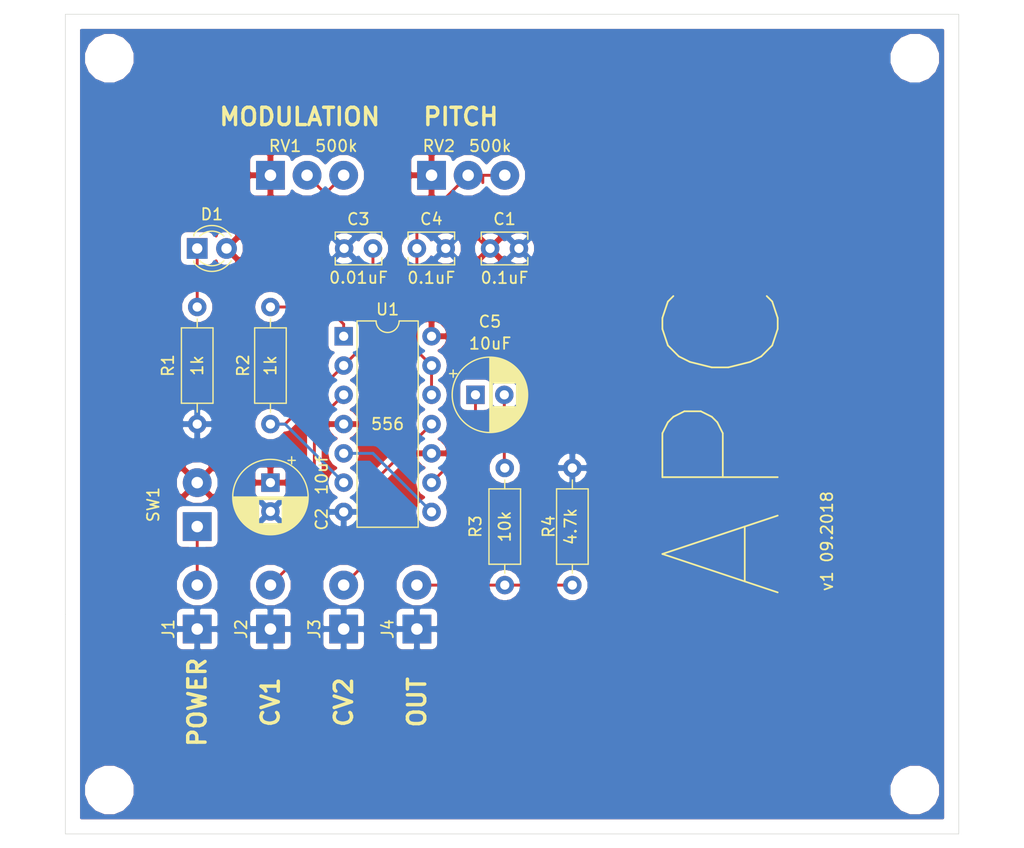
<source format=kicad_pcb>
(kicad_pcb (version 20171130) (host pcbnew "(6.0.0-rc1-dev-441-gb1e5549)")

  (general
    (thickness 1.6)
    (drawings 14)
    (tracks 38)
    (zones 0)
    (modules 22)
    (nets 14)
  )

  (page A4)
  (layers
    (0 F.Cu signal)
    (31 B.Cu signal)
    (32 B.Adhes user)
    (33 F.Adhes user)
    (34 B.Paste user)
    (35 F.Paste user)
    (36 B.SilkS user)
    (37 F.SilkS user)
    (38 B.Mask user)
    (39 F.Mask user)
    (40 Dwgs.User user)
    (41 Cmts.User user)
    (42 Eco1.User user)
    (43 Eco2.User user)
    (44 Edge.Cuts user)
    (45 Margin user)
    (46 B.CrtYd user)
    (47 F.CrtYd user)
    (48 B.Fab user)
    (49 F.Fab user)
  )

  (setup
    (last_trace_width 0.25)
    (trace_clearance 0.2)
    (zone_clearance 0.508)
    (zone_45_only no)
    (trace_min 0.2)
    (via_size 0.8)
    (via_drill 0.4)
    (via_min_size 0.4)
    (via_min_drill 0.3)
    (uvia_size 0.3)
    (uvia_drill 0.1)
    (uvias_allowed no)
    (uvia_min_size 0.2)
    (uvia_min_drill 0.1)
    (edge_width 0.05)
    (segment_width 0.2)
    (pcb_text_width 0.3)
    (pcb_text_size 1.5 1.5)
    (mod_edge_width 0.12)
    (mod_text_size 1 1)
    (mod_text_width 0.15)
    (pad_size 2.49936 2.49936)
    (pad_drill 1.00076)
    (pad_to_mask_clearance 0.2)
    (aux_axis_origin 0 0)
    (visible_elements FFFFFF7F)
    (pcbplotparams
      (layerselection 0x010f0_ffffffff)
      (usegerberextensions true)
      (usegerberattributes false)
      (usegerberadvancedattributes false)
      (creategerberjobfile false)
      (excludeedgelayer true)
      (linewidth 0.100000)
      (plotframeref false)
      (viasonmask false)
      (mode 1)
      (useauxorigin false)
      (hpglpennumber 1)
      (hpglpenspeed 20)
      (hpglpendiameter 15.000000)
      (psnegative false)
      (psa4output false)
      (plotreference true)
      (plotvalue true)
      (plotinvisibletext false)
      (padsonsilk false)
      (subtractmaskfromsilk false)
      (outputformat 1)
      (mirror false)
      (drillshape 0)
      (scaleselection 1)
      (outputdirectory "gerbers/"))
  )

  (net 0 "")
  (net 1 /PWR)
  (net 2 GND)
  (net 3 "Net-(C3-Pad1)")
  (net 4 "Net-(C4-Pad1)")
  (net 5 "Net-(C5-Pad2)")
  (net 6 "Net-(C5-Pad1)")
  (net 7 "Net-(D1-Pad1)")
  (net 8 +9V)
  (net 9 "Net-(R2-Pad2)")
  (net 10 "Net-(J4-PadT)")
  (net 11 "Net-(U1-Pad5)")
  (net 12 "Net-(J2-PadT)")
  (net 13 "Net-(J3-PadT)")

  (net_class Default "This is the default net class."
    (clearance 0.2)
    (trace_width 0.25)
    (via_dia 0.8)
    (via_drill 0.4)
    (uvia_dia 0.3)
    (uvia_drill 0.1)
    (add_net +9V)
    (add_net /PWR)
    (add_net GND)
    (add_net "Net-(C3-Pad1)")
    (add_net "Net-(C4-Pad1)")
    (add_net "Net-(C5-Pad1)")
    (add_net "Net-(C5-Pad2)")
    (add_net "Net-(D1-Pad1)")
    (add_net "Net-(J2-PadT)")
    (add_net "Net-(J3-PadT)")
    (add_net "Net-(J4-PadT)")
    (add_net "Net-(R2-Pad2)")
    (add_net "Net-(U1-Pad5)")
  )

  (module MountingHole:MountingHole_3.2mm_M3 (layer F.Cu) (tedit 5B8DB5DD) (tstamp 5B951C36)
    (at 60.96 120.65)
    (descr "Mounting Hole 3.2mm, no annular, M3")
    (tags "mounting hole 3.2mm no annular m3")
    (attr virtual)
    (fp_text reference " " (at 0 -4.2) (layer F.SilkS)
      (effects (font (size 1 1) (thickness 0.15)))
    )
    (fp_text value MountingHole_3.2mm_M3 (at 0 4.2) (layer F.Fab)
      (effects (font (size 1 1) (thickness 0.15)))
    )
    (fp_text user %R (at 0.3 0) (layer F.Fab)
      (effects (font (size 1 1) (thickness 0.15)))
    )
    (fp_circle (center 0 0) (end 3.2 0) (layer Cmts.User) (width 0.15))
    (fp_circle (center 0 0) (end 3.45 0) (layer F.CrtYd) (width 0.05))
    (pad 1 np_thru_hole circle (at 0 0) (size 3.2 3.2) (drill 3.2) (layers *.Cu *.Mask))
  )

  (module MountingHole:MountingHole_3.2mm_M3 (layer F.Cu) (tedit 5B8DB5DD) (tstamp 5B951C36)
    (at 130.81 57.15)
    (descr "Mounting Hole 3.2mm, no annular, M3")
    (tags "mounting hole 3.2mm no annular m3")
    (attr virtual)
    (fp_text reference " " (at 0 -4.2) (layer F.SilkS)
      (effects (font (size 1 1) (thickness 0.15)))
    )
    (fp_text value MountingHole_3.2mm_M3 (at 0 4.2) (layer F.Fab)
      (effects (font (size 1 1) (thickness 0.15)))
    )
    (fp_text user %R (at 0.3 0) (layer F.Fab)
      (effects (font (size 1 1) (thickness 0.15)))
    )
    (fp_circle (center 0 0) (end 3.2 0) (layer Cmts.User) (width 0.15))
    (fp_circle (center 0 0) (end 3.45 0) (layer F.CrtYd) (width 0.05))
    (pad 1 np_thru_hole circle (at 0 0) (size 3.2 3.2) (drill 3.2) (layers *.Cu *.Mask))
  )

  (module Package_DIP:DIP-14_W7.62mm (layer F.Cu) (tedit 5A02E8C5) (tstamp 5B8E5CF8)
    (at 81.28 81.28)
    (descr "14-lead though-hole mounted DIP package, row spacing 7.62 mm (300 mils)")
    (tags "THT DIP DIL PDIP 2.54mm 7.62mm 300mil")
    (path /5B89DA1C)
    (fp_text reference U1 (at 3.81 -2.33) (layer F.SilkS)
      (effects (font (size 1 1) (thickness 0.15)))
    )
    (fp_text value LM556 (at 3.81 17.57) (layer F.Fab)
      (effects (font (size 1 1) (thickness 0.15)))
    )
    (fp_arc (start 3.81 -1.33) (end 2.81 -1.33) (angle -180) (layer F.SilkS) (width 0.12))
    (fp_line (start 1.635 -1.27) (end 6.985 -1.27) (layer F.Fab) (width 0.1))
    (fp_line (start 6.985 -1.27) (end 6.985 16.51) (layer F.Fab) (width 0.1))
    (fp_line (start 6.985 16.51) (end 0.635 16.51) (layer F.Fab) (width 0.1))
    (fp_line (start 0.635 16.51) (end 0.635 -0.27) (layer F.Fab) (width 0.1))
    (fp_line (start 0.635 -0.27) (end 1.635 -1.27) (layer F.Fab) (width 0.1))
    (fp_line (start 2.81 -1.33) (end 1.16 -1.33) (layer F.SilkS) (width 0.12))
    (fp_line (start 1.16 -1.33) (end 1.16 16.57) (layer F.SilkS) (width 0.12))
    (fp_line (start 1.16 16.57) (end 6.46 16.57) (layer F.SilkS) (width 0.12))
    (fp_line (start 6.46 16.57) (end 6.46 -1.33) (layer F.SilkS) (width 0.12))
    (fp_line (start 6.46 -1.33) (end 4.81 -1.33) (layer F.SilkS) (width 0.12))
    (fp_line (start -1.1 -1.55) (end -1.1 16.8) (layer F.CrtYd) (width 0.05))
    (fp_line (start -1.1 16.8) (end 8.7 16.8) (layer F.CrtYd) (width 0.05))
    (fp_line (start 8.7 16.8) (end 8.7 -1.55) (layer F.CrtYd) (width 0.05))
    (fp_line (start 8.7 -1.55) (end -1.1 -1.55) (layer F.CrtYd) (width 0.05))
    (fp_text user 556 (at 3.81 7.62) (layer F.SilkS)
      (effects (font (size 1 1) (thickness 0.15)))
    )
    (pad 1 thru_hole rect (at 0 0) (size 1.6 1.6) (drill 0.8) (layers *.Cu *.Mask)
      (net 9 "Net-(R2-Pad2)"))
    (pad 8 thru_hole oval (at 7.62 15.24) (size 1.6 1.6) (drill 0.8) (layers *.Cu *.Mask)
      (net 11 "Net-(U1-Pad5)"))
    (pad 2 thru_hole oval (at 0 2.54) (size 1.6 1.6) (drill 0.8) (layers *.Cu *.Mask)
      (net 3 "Net-(C3-Pad1)"))
    (pad 9 thru_hole oval (at 7.62 12.7) (size 1.6 1.6) (drill 0.8) (layers *.Cu *.Mask)
      (net 6 "Net-(C5-Pad1)"))
    (pad 3 thru_hole oval (at 0 5.08) (size 1.6 1.6) (drill 0.8) (layers *.Cu *.Mask)
      (net 12 "Net-(J2-PadT)"))
    (pad 10 thru_hole oval (at 7.62 10.16) (size 1.6 1.6) (drill 0.8) (layers *.Cu *.Mask)
      (net 1 /PWR))
    (pad 4 thru_hole oval (at 0 7.62) (size 1.6 1.6) (drill 0.8) (layers *.Cu *.Mask)
      (net 1 /PWR))
    (pad 11 thru_hole oval (at 7.62 7.62) (size 1.6 1.6) (drill 0.8) (layers *.Cu *.Mask)
      (net 13 "Net-(J3-PadT)"))
    (pad 5 thru_hole oval (at 0 10.16) (size 1.6 1.6) (drill 0.8) (layers *.Cu *.Mask)
      (net 11 "Net-(U1-Pad5)"))
    (pad 12 thru_hole oval (at 7.62 5.08) (size 1.6 1.6) (drill 0.8) (layers *.Cu *.Mask)
      (net 4 "Net-(C4-Pad1)"))
    (pad 6 thru_hole oval (at 0 12.7) (size 1.6 1.6) (drill 0.8) (layers *.Cu *.Mask)
      (net 3 "Net-(C3-Pad1)"))
    (pad 13 thru_hole oval (at 7.62 2.54) (size 1.6 1.6) (drill 0.8) (layers *.Cu *.Mask)
      (net 4 "Net-(C4-Pad1)"))
    (pad 7 thru_hole oval (at 0 15.24) (size 1.6 1.6) (drill 0.8) (layers *.Cu *.Mask)
      (net 2 GND))
    (pad 14 thru_hole oval (at 7.62 0) (size 1.6 1.6) (drill 0.8) (layers *.Cu *.Mask)
      (net 1 /PWR))
    (model ${KISYS3DMOD}/Package_DIP.3dshapes/DIP-14_W7.62mm.wrl
      (at (xyz 0 0 0))
      (scale (xyz 1 1 1))
      (rotate (xyz 0 0 0))
    )
  )

  (module Capacitor_THT:CP_Radial_D6.3mm_P2.50mm (layer F.Cu) (tedit 5AE50EF0) (tstamp 5B8E5B05)
    (at 74.93 93.98 270)
    (descr "CP, Radial series, Radial, pin pitch=2.50mm, , diameter=6.3mm, Electrolytic Capacitor")
    (tags "CP Radial series Radial pin pitch 2.50mm  diameter 6.3mm Electrolytic Capacitor")
    (path /5B8A65A8)
    (fp_text reference C2 (at 3.175 -4.445 270) (layer F.SilkS)
      (effects (font (size 1 1) (thickness 0.15)))
    )
    (fp_text value 10uf (at -0.635 -4.445 270) (layer F.SilkS)
      (effects (font (size 1 1) (thickness 0.15)))
    )
    (fp_text user %R (at 1.25 -1.905 270) (layer F.Fab)
      (effects (font (size 1 1) (thickness 0.15)))
    )
    (fp_line (start -1.935241 -2.154) (end -1.935241 -1.524) (layer F.SilkS) (width 0.12))
    (fp_line (start -2.250241 -1.839) (end -1.620241 -1.839) (layer F.SilkS) (width 0.12))
    (fp_line (start 4.491 -0.402) (end 4.491 0.402) (layer F.SilkS) (width 0.12))
    (fp_line (start 4.451 -0.633) (end 4.451 0.633) (layer F.SilkS) (width 0.12))
    (fp_line (start 4.411 -0.802) (end 4.411 0.802) (layer F.SilkS) (width 0.12))
    (fp_line (start 4.371 -0.94) (end 4.371 0.94) (layer F.SilkS) (width 0.12))
    (fp_line (start 4.331 -1.059) (end 4.331 1.059) (layer F.SilkS) (width 0.12))
    (fp_line (start 4.291 -1.165) (end 4.291 1.165) (layer F.SilkS) (width 0.12))
    (fp_line (start 4.251 -1.262) (end 4.251 1.262) (layer F.SilkS) (width 0.12))
    (fp_line (start 4.211 -1.35) (end 4.211 1.35) (layer F.SilkS) (width 0.12))
    (fp_line (start 4.171 -1.432) (end 4.171 1.432) (layer F.SilkS) (width 0.12))
    (fp_line (start 4.131 -1.509) (end 4.131 1.509) (layer F.SilkS) (width 0.12))
    (fp_line (start 4.091 -1.581) (end 4.091 1.581) (layer F.SilkS) (width 0.12))
    (fp_line (start 4.051 -1.65) (end 4.051 1.65) (layer F.SilkS) (width 0.12))
    (fp_line (start 4.011 -1.714) (end 4.011 1.714) (layer F.SilkS) (width 0.12))
    (fp_line (start 3.971 -1.776) (end 3.971 1.776) (layer F.SilkS) (width 0.12))
    (fp_line (start 3.931 -1.834) (end 3.931 1.834) (layer F.SilkS) (width 0.12))
    (fp_line (start 3.891 -1.89) (end 3.891 1.89) (layer F.SilkS) (width 0.12))
    (fp_line (start 3.851 -1.944) (end 3.851 1.944) (layer F.SilkS) (width 0.12))
    (fp_line (start 3.811 -1.995) (end 3.811 1.995) (layer F.SilkS) (width 0.12))
    (fp_line (start 3.771 -2.044) (end 3.771 2.044) (layer F.SilkS) (width 0.12))
    (fp_line (start 3.731 -2.092) (end 3.731 2.092) (layer F.SilkS) (width 0.12))
    (fp_line (start 3.691 -2.137) (end 3.691 2.137) (layer F.SilkS) (width 0.12))
    (fp_line (start 3.651 -2.182) (end 3.651 2.182) (layer F.SilkS) (width 0.12))
    (fp_line (start 3.611 -2.224) (end 3.611 2.224) (layer F.SilkS) (width 0.12))
    (fp_line (start 3.571 -2.265) (end 3.571 2.265) (layer F.SilkS) (width 0.12))
    (fp_line (start 3.531 1.04) (end 3.531 2.305) (layer F.SilkS) (width 0.12))
    (fp_line (start 3.531 -2.305) (end 3.531 -1.04) (layer F.SilkS) (width 0.12))
    (fp_line (start 3.491 1.04) (end 3.491 2.343) (layer F.SilkS) (width 0.12))
    (fp_line (start 3.491 -2.343) (end 3.491 -1.04) (layer F.SilkS) (width 0.12))
    (fp_line (start 3.451 1.04) (end 3.451 2.38) (layer F.SilkS) (width 0.12))
    (fp_line (start 3.451 -2.38) (end 3.451 -1.04) (layer F.SilkS) (width 0.12))
    (fp_line (start 3.411 1.04) (end 3.411 2.416) (layer F.SilkS) (width 0.12))
    (fp_line (start 3.411 -2.416) (end 3.411 -1.04) (layer F.SilkS) (width 0.12))
    (fp_line (start 3.371 1.04) (end 3.371 2.45) (layer F.SilkS) (width 0.12))
    (fp_line (start 3.371 -2.45) (end 3.371 -1.04) (layer F.SilkS) (width 0.12))
    (fp_line (start 3.331 1.04) (end 3.331 2.484) (layer F.SilkS) (width 0.12))
    (fp_line (start 3.331 -2.484) (end 3.331 -1.04) (layer F.SilkS) (width 0.12))
    (fp_line (start 3.291 1.04) (end 3.291 2.516) (layer F.SilkS) (width 0.12))
    (fp_line (start 3.291 -2.516) (end 3.291 -1.04) (layer F.SilkS) (width 0.12))
    (fp_line (start 3.251 1.04) (end 3.251 2.548) (layer F.SilkS) (width 0.12))
    (fp_line (start 3.251 -2.548) (end 3.251 -1.04) (layer F.SilkS) (width 0.12))
    (fp_line (start 3.211 1.04) (end 3.211 2.578) (layer F.SilkS) (width 0.12))
    (fp_line (start 3.211 -2.578) (end 3.211 -1.04) (layer F.SilkS) (width 0.12))
    (fp_line (start 3.171 1.04) (end 3.171 2.607) (layer F.SilkS) (width 0.12))
    (fp_line (start 3.171 -2.607) (end 3.171 -1.04) (layer F.SilkS) (width 0.12))
    (fp_line (start 3.131 1.04) (end 3.131 2.636) (layer F.SilkS) (width 0.12))
    (fp_line (start 3.131 -2.636) (end 3.131 -1.04) (layer F.SilkS) (width 0.12))
    (fp_line (start 3.091 1.04) (end 3.091 2.664) (layer F.SilkS) (width 0.12))
    (fp_line (start 3.091 -2.664) (end 3.091 -1.04) (layer F.SilkS) (width 0.12))
    (fp_line (start 3.051 1.04) (end 3.051 2.69) (layer F.SilkS) (width 0.12))
    (fp_line (start 3.051 -2.69) (end 3.051 -1.04) (layer F.SilkS) (width 0.12))
    (fp_line (start 3.011 1.04) (end 3.011 2.716) (layer F.SilkS) (width 0.12))
    (fp_line (start 3.011 -2.716) (end 3.011 -1.04) (layer F.SilkS) (width 0.12))
    (fp_line (start 2.971 1.04) (end 2.971 2.742) (layer F.SilkS) (width 0.12))
    (fp_line (start 2.971 -2.742) (end 2.971 -1.04) (layer F.SilkS) (width 0.12))
    (fp_line (start 2.931 1.04) (end 2.931 2.766) (layer F.SilkS) (width 0.12))
    (fp_line (start 2.931 -2.766) (end 2.931 -1.04) (layer F.SilkS) (width 0.12))
    (fp_line (start 2.891 1.04) (end 2.891 2.79) (layer F.SilkS) (width 0.12))
    (fp_line (start 2.891 -2.79) (end 2.891 -1.04) (layer F.SilkS) (width 0.12))
    (fp_line (start 2.851 1.04) (end 2.851 2.812) (layer F.SilkS) (width 0.12))
    (fp_line (start 2.851 -2.812) (end 2.851 -1.04) (layer F.SilkS) (width 0.12))
    (fp_line (start 2.811 1.04) (end 2.811 2.834) (layer F.SilkS) (width 0.12))
    (fp_line (start 2.811 -2.834) (end 2.811 -1.04) (layer F.SilkS) (width 0.12))
    (fp_line (start 2.771 1.04) (end 2.771 2.856) (layer F.SilkS) (width 0.12))
    (fp_line (start 2.771 -2.856) (end 2.771 -1.04) (layer F.SilkS) (width 0.12))
    (fp_line (start 2.731 1.04) (end 2.731 2.876) (layer F.SilkS) (width 0.12))
    (fp_line (start 2.731 -2.876) (end 2.731 -1.04) (layer F.SilkS) (width 0.12))
    (fp_line (start 2.691 1.04) (end 2.691 2.896) (layer F.SilkS) (width 0.12))
    (fp_line (start 2.691 -2.896) (end 2.691 -1.04) (layer F.SilkS) (width 0.12))
    (fp_line (start 2.651 1.04) (end 2.651 2.916) (layer F.SilkS) (width 0.12))
    (fp_line (start 2.651 -2.916) (end 2.651 -1.04) (layer F.SilkS) (width 0.12))
    (fp_line (start 2.611 1.04) (end 2.611 2.934) (layer F.SilkS) (width 0.12))
    (fp_line (start 2.611 -2.934) (end 2.611 -1.04) (layer F.SilkS) (width 0.12))
    (fp_line (start 2.571 1.04) (end 2.571 2.952) (layer F.SilkS) (width 0.12))
    (fp_line (start 2.571 -2.952) (end 2.571 -1.04) (layer F.SilkS) (width 0.12))
    (fp_line (start 2.531 1.04) (end 2.531 2.97) (layer F.SilkS) (width 0.12))
    (fp_line (start 2.531 -2.97) (end 2.531 -1.04) (layer F.SilkS) (width 0.12))
    (fp_line (start 2.491 1.04) (end 2.491 2.986) (layer F.SilkS) (width 0.12))
    (fp_line (start 2.491 -2.986) (end 2.491 -1.04) (layer F.SilkS) (width 0.12))
    (fp_line (start 2.451 1.04) (end 2.451 3.002) (layer F.SilkS) (width 0.12))
    (fp_line (start 2.451 -3.002) (end 2.451 -1.04) (layer F.SilkS) (width 0.12))
    (fp_line (start 2.411 1.04) (end 2.411 3.018) (layer F.SilkS) (width 0.12))
    (fp_line (start 2.411 -3.018) (end 2.411 -1.04) (layer F.SilkS) (width 0.12))
    (fp_line (start 2.371 1.04) (end 2.371 3.033) (layer F.SilkS) (width 0.12))
    (fp_line (start 2.371 -3.033) (end 2.371 -1.04) (layer F.SilkS) (width 0.12))
    (fp_line (start 2.331 1.04) (end 2.331 3.047) (layer F.SilkS) (width 0.12))
    (fp_line (start 2.331 -3.047) (end 2.331 -1.04) (layer F.SilkS) (width 0.12))
    (fp_line (start 2.291 1.04) (end 2.291 3.061) (layer F.SilkS) (width 0.12))
    (fp_line (start 2.291 -3.061) (end 2.291 -1.04) (layer F.SilkS) (width 0.12))
    (fp_line (start 2.251 1.04) (end 2.251 3.074) (layer F.SilkS) (width 0.12))
    (fp_line (start 2.251 -3.074) (end 2.251 -1.04) (layer F.SilkS) (width 0.12))
    (fp_line (start 2.211 1.04) (end 2.211 3.086) (layer F.SilkS) (width 0.12))
    (fp_line (start 2.211 -3.086) (end 2.211 -1.04) (layer F.SilkS) (width 0.12))
    (fp_line (start 2.171 1.04) (end 2.171 3.098) (layer F.SilkS) (width 0.12))
    (fp_line (start 2.171 -3.098) (end 2.171 -1.04) (layer F.SilkS) (width 0.12))
    (fp_line (start 2.131 1.04) (end 2.131 3.11) (layer F.SilkS) (width 0.12))
    (fp_line (start 2.131 -3.11) (end 2.131 -1.04) (layer F.SilkS) (width 0.12))
    (fp_line (start 2.091 1.04) (end 2.091 3.121) (layer F.SilkS) (width 0.12))
    (fp_line (start 2.091 -3.121) (end 2.091 -1.04) (layer F.SilkS) (width 0.12))
    (fp_line (start 2.051 1.04) (end 2.051 3.131) (layer F.SilkS) (width 0.12))
    (fp_line (start 2.051 -3.131) (end 2.051 -1.04) (layer F.SilkS) (width 0.12))
    (fp_line (start 2.011 1.04) (end 2.011 3.141) (layer F.SilkS) (width 0.12))
    (fp_line (start 2.011 -3.141) (end 2.011 -1.04) (layer F.SilkS) (width 0.12))
    (fp_line (start 1.971 1.04) (end 1.971 3.15) (layer F.SilkS) (width 0.12))
    (fp_line (start 1.971 -3.15) (end 1.971 -1.04) (layer F.SilkS) (width 0.12))
    (fp_line (start 1.93 1.04) (end 1.93 3.159) (layer F.SilkS) (width 0.12))
    (fp_line (start 1.93 -3.159) (end 1.93 -1.04) (layer F.SilkS) (width 0.12))
    (fp_line (start 1.89 1.04) (end 1.89 3.167) (layer F.SilkS) (width 0.12))
    (fp_line (start 1.89 -3.167) (end 1.89 -1.04) (layer F.SilkS) (width 0.12))
    (fp_line (start 1.85 1.04) (end 1.85 3.175) (layer F.SilkS) (width 0.12))
    (fp_line (start 1.85 -3.175) (end 1.85 -1.04) (layer F.SilkS) (width 0.12))
    (fp_line (start 1.81 1.04) (end 1.81 3.182) (layer F.SilkS) (width 0.12))
    (fp_line (start 1.81 -3.182) (end 1.81 -1.04) (layer F.SilkS) (width 0.12))
    (fp_line (start 1.77 1.04) (end 1.77 3.189) (layer F.SilkS) (width 0.12))
    (fp_line (start 1.77 -3.189) (end 1.77 -1.04) (layer F.SilkS) (width 0.12))
    (fp_line (start 1.73 1.04) (end 1.73 3.195) (layer F.SilkS) (width 0.12))
    (fp_line (start 1.73 -3.195) (end 1.73 -1.04) (layer F.SilkS) (width 0.12))
    (fp_line (start 1.69 1.04) (end 1.69 3.201) (layer F.SilkS) (width 0.12))
    (fp_line (start 1.69 -3.201) (end 1.69 -1.04) (layer F.SilkS) (width 0.12))
    (fp_line (start 1.65 1.04) (end 1.65 3.206) (layer F.SilkS) (width 0.12))
    (fp_line (start 1.65 -3.206) (end 1.65 -1.04) (layer F.SilkS) (width 0.12))
    (fp_line (start 1.61 1.04) (end 1.61 3.211) (layer F.SilkS) (width 0.12))
    (fp_line (start 1.61 -3.211) (end 1.61 -1.04) (layer F.SilkS) (width 0.12))
    (fp_line (start 1.57 1.04) (end 1.57 3.215) (layer F.SilkS) (width 0.12))
    (fp_line (start 1.57 -3.215) (end 1.57 -1.04) (layer F.SilkS) (width 0.12))
    (fp_line (start 1.53 1.04) (end 1.53 3.218) (layer F.SilkS) (width 0.12))
    (fp_line (start 1.53 -3.218) (end 1.53 -1.04) (layer F.SilkS) (width 0.12))
    (fp_line (start 1.49 1.04) (end 1.49 3.222) (layer F.SilkS) (width 0.12))
    (fp_line (start 1.49 -3.222) (end 1.49 -1.04) (layer F.SilkS) (width 0.12))
    (fp_line (start 1.45 -3.224) (end 1.45 3.224) (layer F.SilkS) (width 0.12))
    (fp_line (start 1.41 -3.227) (end 1.41 3.227) (layer F.SilkS) (width 0.12))
    (fp_line (start 1.37 -3.228) (end 1.37 3.228) (layer F.SilkS) (width 0.12))
    (fp_line (start 1.33 -3.23) (end 1.33 3.23) (layer F.SilkS) (width 0.12))
    (fp_line (start 1.29 -3.23) (end 1.29 3.23) (layer F.SilkS) (width 0.12))
    (fp_line (start 1.25 -3.23) (end 1.25 3.23) (layer F.SilkS) (width 0.12))
    (fp_line (start -1.128972 -1.6885) (end -1.128972 -1.0585) (layer F.Fab) (width 0.1))
    (fp_line (start -1.443972 -1.3735) (end -0.813972 -1.3735) (layer F.Fab) (width 0.1))
    (fp_circle (center 1.25 0) (end 4.65 0) (layer F.CrtYd) (width 0.05))
    (fp_circle (center 1.25 0) (end 4.52 0) (layer F.SilkS) (width 0.12))
    (fp_circle (center 1.25 0) (end 4.4 0) (layer F.Fab) (width 0.1))
    (pad 2 thru_hole circle (at 2.5 0 270) (size 1.6 1.6) (drill 0.8) (layers *.Cu *.Mask)
      (net 2 GND))
    (pad 1 thru_hole rect (at 0 0 270) (size 1.6 1.6) (drill 0.8) (layers *.Cu *.Mask)
      (net 1 /PWR))
    (model ${KISYS3DMOD}/Capacitor_THT.3dshapes/CP_Radial_D6.3mm_P2.50mm.wrl
      (at (xyz 0 0 0))
      (scale (xyz 1 1 1))
      (rotate (xyz 0 0 0))
    )
  )

  (module Capacitor_THT:CP_Radial_D6.3mm_P2.50mm (layer F.Cu) (tedit 5AE50EF0) (tstamp 5B8E5BD8)
    (at 92.71 86.36)
    (descr "CP, Radial series, Radial, pin pitch=2.50mm, , diameter=6.3mm, Electrolytic Capacitor")
    (tags "CP Radial series Radial pin pitch 2.50mm  diameter 6.3mm Electrolytic Capacitor")
    (path /5B8A6643)
    (fp_text reference C5 (at 1.25 -6.35) (layer F.SilkS)
      (effects (font (size 1 1) (thickness 0.15)))
    )
    (fp_text value 10uF (at 1.27 -4.445) (layer F.SilkS)
      (effects (font (size 1 1) (thickness 0.15)))
    )
    (fp_text user %R (at 1.25 0) (layer F.Fab)
      (effects (font (size 1 1) (thickness 0.15)))
    )
    (fp_line (start -1.935241 -2.154) (end -1.935241 -1.524) (layer F.SilkS) (width 0.12))
    (fp_line (start -2.250241 -1.839) (end -1.620241 -1.839) (layer F.SilkS) (width 0.12))
    (fp_line (start 4.491 -0.402) (end 4.491 0.402) (layer F.SilkS) (width 0.12))
    (fp_line (start 4.451 -0.633) (end 4.451 0.633) (layer F.SilkS) (width 0.12))
    (fp_line (start 4.411 -0.802) (end 4.411 0.802) (layer F.SilkS) (width 0.12))
    (fp_line (start 4.371 -0.94) (end 4.371 0.94) (layer F.SilkS) (width 0.12))
    (fp_line (start 4.331 -1.059) (end 4.331 1.059) (layer F.SilkS) (width 0.12))
    (fp_line (start 4.291 -1.165) (end 4.291 1.165) (layer F.SilkS) (width 0.12))
    (fp_line (start 4.251 -1.262) (end 4.251 1.262) (layer F.SilkS) (width 0.12))
    (fp_line (start 4.211 -1.35) (end 4.211 1.35) (layer F.SilkS) (width 0.12))
    (fp_line (start 4.171 -1.432) (end 4.171 1.432) (layer F.SilkS) (width 0.12))
    (fp_line (start 4.131 -1.509) (end 4.131 1.509) (layer F.SilkS) (width 0.12))
    (fp_line (start 4.091 -1.581) (end 4.091 1.581) (layer F.SilkS) (width 0.12))
    (fp_line (start 4.051 -1.65) (end 4.051 1.65) (layer F.SilkS) (width 0.12))
    (fp_line (start 4.011 -1.714) (end 4.011 1.714) (layer F.SilkS) (width 0.12))
    (fp_line (start 3.971 -1.776) (end 3.971 1.776) (layer F.SilkS) (width 0.12))
    (fp_line (start 3.931 -1.834) (end 3.931 1.834) (layer F.SilkS) (width 0.12))
    (fp_line (start 3.891 -1.89) (end 3.891 1.89) (layer F.SilkS) (width 0.12))
    (fp_line (start 3.851 -1.944) (end 3.851 1.944) (layer F.SilkS) (width 0.12))
    (fp_line (start 3.811 -1.995) (end 3.811 1.995) (layer F.SilkS) (width 0.12))
    (fp_line (start 3.771 -2.044) (end 3.771 2.044) (layer F.SilkS) (width 0.12))
    (fp_line (start 3.731 -2.092) (end 3.731 2.092) (layer F.SilkS) (width 0.12))
    (fp_line (start 3.691 -2.137) (end 3.691 2.137) (layer F.SilkS) (width 0.12))
    (fp_line (start 3.651 -2.182) (end 3.651 2.182) (layer F.SilkS) (width 0.12))
    (fp_line (start 3.611 -2.224) (end 3.611 2.224) (layer F.SilkS) (width 0.12))
    (fp_line (start 3.571 -2.265) (end 3.571 2.265) (layer F.SilkS) (width 0.12))
    (fp_line (start 3.531 1.04) (end 3.531 2.305) (layer F.SilkS) (width 0.12))
    (fp_line (start 3.531 -2.305) (end 3.531 -1.04) (layer F.SilkS) (width 0.12))
    (fp_line (start 3.491 1.04) (end 3.491 2.343) (layer F.SilkS) (width 0.12))
    (fp_line (start 3.491 -2.343) (end 3.491 -1.04) (layer F.SilkS) (width 0.12))
    (fp_line (start 3.451 1.04) (end 3.451 2.38) (layer F.SilkS) (width 0.12))
    (fp_line (start 3.451 -2.38) (end 3.451 -1.04) (layer F.SilkS) (width 0.12))
    (fp_line (start 3.411 1.04) (end 3.411 2.416) (layer F.SilkS) (width 0.12))
    (fp_line (start 3.411 -2.416) (end 3.411 -1.04) (layer F.SilkS) (width 0.12))
    (fp_line (start 3.371 1.04) (end 3.371 2.45) (layer F.SilkS) (width 0.12))
    (fp_line (start 3.371 -2.45) (end 3.371 -1.04) (layer F.SilkS) (width 0.12))
    (fp_line (start 3.331 1.04) (end 3.331 2.484) (layer F.SilkS) (width 0.12))
    (fp_line (start 3.331 -2.484) (end 3.331 -1.04) (layer F.SilkS) (width 0.12))
    (fp_line (start 3.291 1.04) (end 3.291 2.516) (layer F.SilkS) (width 0.12))
    (fp_line (start 3.291 -2.516) (end 3.291 -1.04) (layer F.SilkS) (width 0.12))
    (fp_line (start 3.251 1.04) (end 3.251 2.548) (layer F.SilkS) (width 0.12))
    (fp_line (start 3.251 -2.548) (end 3.251 -1.04) (layer F.SilkS) (width 0.12))
    (fp_line (start 3.211 1.04) (end 3.211 2.578) (layer F.SilkS) (width 0.12))
    (fp_line (start 3.211 -2.578) (end 3.211 -1.04) (layer F.SilkS) (width 0.12))
    (fp_line (start 3.171 1.04) (end 3.171 2.607) (layer F.SilkS) (width 0.12))
    (fp_line (start 3.171 -2.607) (end 3.171 -1.04) (layer F.SilkS) (width 0.12))
    (fp_line (start 3.131 1.04) (end 3.131 2.636) (layer F.SilkS) (width 0.12))
    (fp_line (start 3.131 -2.636) (end 3.131 -1.04) (layer F.SilkS) (width 0.12))
    (fp_line (start 3.091 1.04) (end 3.091 2.664) (layer F.SilkS) (width 0.12))
    (fp_line (start 3.091 -2.664) (end 3.091 -1.04) (layer F.SilkS) (width 0.12))
    (fp_line (start 3.051 1.04) (end 3.051 2.69) (layer F.SilkS) (width 0.12))
    (fp_line (start 3.051 -2.69) (end 3.051 -1.04) (layer F.SilkS) (width 0.12))
    (fp_line (start 3.011 1.04) (end 3.011 2.716) (layer F.SilkS) (width 0.12))
    (fp_line (start 3.011 -2.716) (end 3.011 -1.04) (layer F.SilkS) (width 0.12))
    (fp_line (start 2.971 1.04) (end 2.971 2.742) (layer F.SilkS) (width 0.12))
    (fp_line (start 2.971 -2.742) (end 2.971 -1.04) (layer F.SilkS) (width 0.12))
    (fp_line (start 2.931 1.04) (end 2.931 2.766) (layer F.SilkS) (width 0.12))
    (fp_line (start 2.931 -2.766) (end 2.931 -1.04) (layer F.SilkS) (width 0.12))
    (fp_line (start 2.891 1.04) (end 2.891 2.79) (layer F.SilkS) (width 0.12))
    (fp_line (start 2.891 -2.79) (end 2.891 -1.04) (layer F.SilkS) (width 0.12))
    (fp_line (start 2.851 1.04) (end 2.851 2.812) (layer F.SilkS) (width 0.12))
    (fp_line (start 2.851 -2.812) (end 2.851 -1.04) (layer F.SilkS) (width 0.12))
    (fp_line (start 2.811 1.04) (end 2.811 2.834) (layer F.SilkS) (width 0.12))
    (fp_line (start 2.811 -2.834) (end 2.811 -1.04) (layer F.SilkS) (width 0.12))
    (fp_line (start 2.771 1.04) (end 2.771 2.856) (layer F.SilkS) (width 0.12))
    (fp_line (start 2.771 -2.856) (end 2.771 -1.04) (layer F.SilkS) (width 0.12))
    (fp_line (start 2.731 1.04) (end 2.731 2.876) (layer F.SilkS) (width 0.12))
    (fp_line (start 2.731 -2.876) (end 2.731 -1.04) (layer F.SilkS) (width 0.12))
    (fp_line (start 2.691 1.04) (end 2.691 2.896) (layer F.SilkS) (width 0.12))
    (fp_line (start 2.691 -2.896) (end 2.691 -1.04) (layer F.SilkS) (width 0.12))
    (fp_line (start 2.651 1.04) (end 2.651 2.916) (layer F.SilkS) (width 0.12))
    (fp_line (start 2.651 -2.916) (end 2.651 -1.04) (layer F.SilkS) (width 0.12))
    (fp_line (start 2.611 1.04) (end 2.611 2.934) (layer F.SilkS) (width 0.12))
    (fp_line (start 2.611 -2.934) (end 2.611 -1.04) (layer F.SilkS) (width 0.12))
    (fp_line (start 2.571 1.04) (end 2.571 2.952) (layer F.SilkS) (width 0.12))
    (fp_line (start 2.571 -2.952) (end 2.571 -1.04) (layer F.SilkS) (width 0.12))
    (fp_line (start 2.531 1.04) (end 2.531 2.97) (layer F.SilkS) (width 0.12))
    (fp_line (start 2.531 -2.97) (end 2.531 -1.04) (layer F.SilkS) (width 0.12))
    (fp_line (start 2.491 1.04) (end 2.491 2.986) (layer F.SilkS) (width 0.12))
    (fp_line (start 2.491 -2.986) (end 2.491 -1.04) (layer F.SilkS) (width 0.12))
    (fp_line (start 2.451 1.04) (end 2.451 3.002) (layer F.SilkS) (width 0.12))
    (fp_line (start 2.451 -3.002) (end 2.451 -1.04) (layer F.SilkS) (width 0.12))
    (fp_line (start 2.411 1.04) (end 2.411 3.018) (layer F.SilkS) (width 0.12))
    (fp_line (start 2.411 -3.018) (end 2.411 -1.04) (layer F.SilkS) (width 0.12))
    (fp_line (start 2.371 1.04) (end 2.371 3.033) (layer F.SilkS) (width 0.12))
    (fp_line (start 2.371 -3.033) (end 2.371 -1.04) (layer F.SilkS) (width 0.12))
    (fp_line (start 2.331 1.04) (end 2.331 3.047) (layer F.SilkS) (width 0.12))
    (fp_line (start 2.331 -3.047) (end 2.331 -1.04) (layer F.SilkS) (width 0.12))
    (fp_line (start 2.291 1.04) (end 2.291 3.061) (layer F.SilkS) (width 0.12))
    (fp_line (start 2.291 -3.061) (end 2.291 -1.04) (layer F.SilkS) (width 0.12))
    (fp_line (start 2.251 1.04) (end 2.251 3.074) (layer F.SilkS) (width 0.12))
    (fp_line (start 2.251 -3.074) (end 2.251 -1.04) (layer F.SilkS) (width 0.12))
    (fp_line (start 2.211 1.04) (end 2.211 3.086) (layer F.SilkS) (width 0.12))
    (fp_line (start 2.211 -3.086) (end 2.211 -1.04) (layer F.SilkS) (width 0.12))
    (fp_line (start 2.171 1.04) (end 2.171 3.098) (layer F.SilkS) (width 0.12))
    (fp_line (start 2.171 -3.098) (end 2.171 -1.04) (layer F.SilkS) (width 0.12))
    (fp_line (start 2.131 1.04) (end 2.131 3.11) (layer F.SilkS) (width 0.12))
    (fp_line (start 2.131 -3.11) (end 2.131 -1.04) (layer F.SilkS) (width 0.12))
    (fp_line (start 2.091 1.04) (end 2.091 3.121) (layer F.SilkS) (width 0.12))
    (fp_line (start 2.091 -3.121) (end 2.091 -1.04) (layer F.SilkS) (width 0.12))
    (fp_line (start 2.051 1.04) (end 2.051 3.131) (layer F.SilkS) (width 0.12))
    (fp_line (start 2.051 -3.131) (end 2.051 -1.04) (layer F.SilkS) (width 0.12))
    (fp_line (start 2.011 1.04) (end 2.011 3.141) (layer F.SilkS) (width 0.12))
    (fp_line (start 2.011 -3.141) (end 2.011 -1.04) (layer F.SilkS) (width 0.12))
    (fp_line (start 1.971 1.04) (end 1.971 3.15) (layer F.SilkS) (width 0.12))
    (fp_line (start 1.971 -3.15) (end 1.971 -1.04) (layer F.SilkS) (width 0.12))
    (fp_line (start 1.93 1.04) (end 1.93 3.159) (layer F.SilkS) (width 0.12))
    (fp_line (start 1.93 -3.159) (end 1.93 -1.04) (layer F.SilkS) (width 0.12))
    (fp_line (start 1.89 1.04) (end 1.89 3.167) (layer F.SilkS) (width 0.12))
    (fp_line (start 1.89 -3.167) (end 1.89 -1.04) (layer F.SilkS) (width 0.12))
    (fp_line (start 1.85 1.04) (end 1.85 3.175) (layer F.SilkS) (width 0.12))
    (fp_line (start 1.85 -3.175) (end 1.85 -1.04) (layer F.SilkS) (width 0.12))
    (fp_line (start 1.81 1.04) (end 1.81 3.182) (layer F.SilkS) (width 0.12))
    (fp_line (start 1.81 -3.182) (end 1.81 -1.04) (layer F.SilkS) (width 0.12))
    (fp_line (start 1.77 1.04) (end 1.77 3.189) (layer F.SilkS) (width 0.12))
    (fp_line (start 1.77 -3.189) (end 1.77 -1.04) (layer F.SilkS) (width 0.12))
    (fp_line (start 1.73 1.04) (end 1.73 3.195) (layer F.SilkS) (width 0.12))
    (fp_line (start 1.73 -3.195) (end 1.73 -1.04) (layer F.SilkS) (width 0.12))
    (fp_line (start 1.69 1.04) (end 1.69 3.201) (layer F.SilkS) (width 0.12))
    (fp_line (start 1.69 -3.201) (end 1.69 -1.04) (layer F.SilkS) (width 0.12))
    (fp_line (start 1.65 1.04) (end 1.65 3.206) (layer F.SilkS) (width 0.12))
    (fp_line (start 1.65 -3.206) (end 1.65 -1.04) (layer F.SilkS) (width 0.12))
    (fp_line (start 1.61 1.04) (end 1.61 3.211) (layer F.SilkS) (width 0.12))
    (fp_line (start 1.61 -3.211) (end 1.61 -1.04) (layer F.SilkS) (width 0.12))
    (fp_line (start 1.57 1.04) (end 1.57 3.215) (layer F.SilkS) (width 0.12))
    (fp_line (start 1.57 -3.215) (end 1.57 -1.04) (layer F.SilkS) (width 0.12))
    (fp_line (start 1.53 1.04) (end 1.53 3.218) (layer F.SilkS) (width 0.12))
    (fp_line (start 1.53 -3.218) (end 1.53 -1.04) (layer F.SilkS) (width 0.12))
    (fp_line (start 1.49 1.04) (end 1.49 3.222) (layer F.SilkS) (width 0.12))
    (fp_line (start 1.49 -3.222) (end 1.49 -1.04) (layer F.SilkS) (width 0.12))
    (fp_line (start 1.45 -3.224) (end 1.45 3.224) (layer F.SilkS) (width 0.12))
    (fp_line (start 1.41 -3.227) (end 1.41 3.227) (layer F.SilkS) (width 0.12))
    (fp_line (start 1.37 -3.228) (end 1.37 3.228) (layer F.SilkS) (width 0.12))
    (fp_line (start 1.33 -3.23) (end 1.33 3.23) (layer F.SilkS) (width 0.12))
    (fp_line (start 1.29 -3.23) (end 1.29 3.23) (layer F.SilkS) (width 0.12))
    (fp_line (start 1.25 -3.23) (end 1.25 3.23) (layer F.SilkS) (width 0.12))
    (fp_line (start -1.128972 -1.6885) (end -1.128972 -1.0585) (layer F.Fab) (width 0.1))
    (fp_line (start -1.443972 -1.3735) (end -0.813972 -1.3735) (layer F.Fab) (width 0.1))
    (fp_circle (center 1.25 0) (end 4.65 0) (layer F.CrtYd) (width 0.05))
    (fp_circle (center 1.25 0) (end 4.52 0) (layer F.SilkS) (width 0.12))
    (fp_circle (center 1.25 0) (end 4.4 0) (layer F.Fab) (width 0.1))
    (pad 2 thru_hole circle (at 2.5 0) (size 1.6 1.6) (drill 0.8) (layers *.Cu *.Mask)
      (net 5 "Net-(C5-Pad2)"))
    (pad 1 thru_hole rect (at 0 0) (size 1.6 1.6) (drill 0.8) (layers *.Cu *.Mask)
      (net 6 "Net-(C5-Pad1)"))
    (model ${KISYS3DMOD}/Capacitor_THT.3dshapes/CP_Radial_D6.3mm_P2.50mm.wrl
      (at (xyz 0 0 0))
      (scale (xyz 1 1 1))
      (rotate (xyz 0 0 0))
    )
  )

  (module Connector_Wire:SolderWirePad_1x03_P3.175mm_Drill1mm (layer F.Cu) (tedit 5B8DAC5F) (tstamp 5B8E5CA8)
    (at 74.93 67.31)
    (descr "Wire solder connection")
    (tags connector)
    (path /5B89DE32)
    (attr virtual)
    (fp_text reference RV1 (at 1.27 -2.54) (layer F.SilkS)
      (effects (font (size 1 1) (thickness 0.15)))
    )
    (fp_text value 500k (at 5.715 -2.54) (layer F.SilkS)
      (effects (font (size 1 1) (thickness 0.15)))
    )
    (fp_line (start 8.1 1.75) (end -1.74 1.75) (layer F.CrtYd) (width 0.05))
    (fp_line (start 8.1 1.75) (end 8.1 -1.75) (layer F.CrtYd) (width 0.05))
    (fp_line (start -1.74 -1.75) (end -1.74 1.75) (layer F.CrtYd) (width 0.05))
    (fp_line (start -1.74 -1.75) (end 8.1 -1.75) (layer F.CrtYd) (width 0.05))
    (fp_text user %R (at 3.81 3.81) (layer F.Fab)
      (effects (font (size 1 1) (thickness 0.15)))
    )
    (pad 3 thru_hole circle (at 6.35 0) (size 2.49936 2.49936) (drill 1.00076) (layers *.Cu *.Mask)
      (net 9 "Net-(R2-Pad2)"))
    (pad 2 thru_hole circle (at 3.175 0) (size 2.49936 2.49936) (drill 1.00076) (layers *.Cu *.Mask)
      (net 9 "Net-(R2-Pad2)"))
    (pad 1 thru_hole rect (at 0 0) (size 2.49936 2.49936) (drill 1.00076) (layers *.Cu *.Mask)
      (net 1 /PWR))
  )

  (module Connector_Wire:SolderWirePad_1x03_P3.175mm_Drill1mm (layer F.Cu) (tedit 5B8DAC8C) (tstamp 5B8E5CCB)
    (at 88.9 67.31)
    (descr "Wire solder connection")
    (tags connector)
    (path /5B89DE95)
    (attr virtual)
    (fp_text reference RV2 (at 0.635 -2.54) (layer F.SilkS)
      (effects (font (size 1 1) (thickness 0.15)))
    )
    (fp_text value 500k (at 5.08 -2.54) (layer F.SilkS)
      (effects (font (size 1 1) (thickness 0.15)))
    )
    (fp_line (start 8.1 1.75) (end -1.74 1.75) (layer F.CrtYd) (width 0.05))
    (fp_line (start 8.1 1.75) (end 8.1 -1.75) (layer F.CrtYd) (width 0.05))
    (fp_line (start -1.74 -1.75) (end -1.74 1.75) (layer F.CrtYd) (width 0.05))
    (fp_line (start -1.74 -1.75) (end 8.1 -1.75) (layer F.CrtYd) (width 0.05))
    (fp_text user %R (at 3.81 3.81) (layer F.Fab)
      (effects (font (size 1 1) (thickness 0.15)))
    )
    (pad 3 thru_hole circle (at 6.35 0) (size 2.49936 2.49936) (drill 1.00076) (layers *.Cu *.Mask)
      (net 4 "Net-(C4-Pad1)"))
    (pad 2 thru_hole circle (at 3.175 0) (size 2.49936 2.49936) (drill 1.00076) (layers *.Cu *.Mask)
      (net 4 "Net-(C4-Pad1)"))
    (pad 1 thru_hole rect (at 0 0) (size 2.49936 2.49936) (drill 1.00076) (layers *.Cu *.Mask)
      (net 1 /PWR))
  )

  (module Connector_Wire:SolderWirePad_1x02_P3.81mm_Drill1mm (layer F.Cu) (tedit 5AEE5F04) (tstamp 5B8E5C08)
    (at 68.58 106.68 90)
    (descr "Wire solder connection")
    (tags connector)
    (path /5B89DCCE)
    (attr virtual)
    (fp_text reference J1 (at 0 -2.5 90) (layer F.SilkS)
      (effects (font (size 1 1) (thickness 0.15)))
    )
    (fp_text value "DC Center Ground" (at 0 6.35 90) (layer F.Fab)
      (effects (font (size 1 1) (thickness 0.15)))
    )
    (fp_line (start 5.56 1.75) (end -1.74 1.75) (layer F.CrtYd) (width 0.05))
    (fp_line (start 5.56 1.75) (end 5.56 -1.75) (layer F.CrtYd) (width 0.05))
    (fp_line (start -1.74 -1.75) (end -1.74 1.75) (layer F.CrtYd) (width 0.05))
    (fp_line (start -1.74 -1.75) (end 5.56 -1.75) (layer F.CrtYd) (width 0.05))
    (fp_text user %R (at 0 3.81 90) (layer F.Fab)
      (effects (font (size 1 1) (thickness 0.15)))
    )
    (pad 2 thru_hole circle (at 3.81 0 90) (size 2.49936 2.49936) (drill 1.00076) (layers *.Cu *.Mask)
      (net 8 +9V))
    (pad 1 thru_hole rect (at 0 0 90) (size 2.49936 2.49936) (drill 1.00076) (layers *.Cu *.Mask)
      (net 2 GND))
  )

  (module Capacitor_THT:C_Disc_D3.8mm_W2.6mm_P2.50mm (layer F.Cu) (tedit 5AE50EF0) (tstamp 5B8E5A5C)
    (at 93.98 73.66)
    (descr "C, Disc series, Radial, pin pitch=2.50mm, , diameter*width=3.8*2.6mm^2, Capacitor, http://www.vishay.com/docs/45233/krseries.pdf")
    (tags "C Disc series Radial pin pitch 2.50mm  diameter 3.8mm width 2.6mm Capacitor")
    (path /5B8A639E)
    (fp_text reference C1 (at 1.25 -2.55) (layer F.SilkS)
      (effects (font (size 1 1) (thickness 0.15)))
    )
    (fp_text value 0.1uF (at 1.25 2.55) (layer F.SilkS)
      (effects (font (size 1 1) (thickness 0.15)))
    )
    (fp_line (start -0.65 -1.3) (end -0.65 1.3) (layer F.Fab) (width 0.1))
    (fp_line (start -0.65 1.3) (end 3.15 1.3) (layer F.Fab) (width 0.1))
    (fp_line (start 3.15 1.3) (end 3.15 -1.3) (layer F.Fab) (width 0.1))
    (fp_line (start 3.15 -1.3) (end -0.65 -1.3) (layer F.Fab) (width 0.1))
    (fp_line (start -0.77 -1.42) (end 3.27 -1.42) (layer F.SilkS) (width 0.12))
    (fp_line (start -0.77 1.42) (end 3.27 1.42) (layer F.SilkS) (width 0.12))
    (fp_line (start -0.77 -1.42) (end -0.77 -0.795) (layer F.SilkS) (width 0.12))
    (fp_line (start -0.77 0.795) (end -0.77 1.42) (layer F.SilkS) (width 0.12))
    (fp_line (start 3.27 -1.42) (end 3.27 -0.795) (layer F.SilkS) (width 0.12))
    (fp_line (start 3.27 0.795) (end 3.27 1.42) (layer F.SilkS) (width 0.12))
    (fp_line (start -1.05 -1.55) (end -1.05 1.55) (layer F.CrtYd) (width 0.05))
    (fp_line (start -1.05 1.55) (end 3.55 1.55) (layer F.CrtYd) (width 0.05))
    (fp_line (start 3.55 1.55) (end 3.55 -1.55) (layer F.CrtYd) (width 0.05))
    (fp_line (start 3.55 -1.55) (end -1.05 -1.55) (layer F.CrtYd) (width 0.05))
    (fp_text user %R (at 1.25 0) (layer F.Fab)
      (effects (font (size 0.76 0.76) (thickness 0.114)))
    )
    (pad 1 thru_hole circle (at 0 0) (size 1.6 1.6) (drill 0.8) (layers *.Cu *.Mask)
      (net 1 /PWR))
    (pad 2 thru_hole circle (at 2.5 0) (size 1.6 1.6) (drill 0.8) (layers *.Cu *.Mask)
      (net 2 GND))
    (model ${KISYS3DMOD}/Capacitor_THT.3dshapes/C_Disc_D3.8mm_W2.6mm_P2.50mm.wrl
      (at (xyz 0 0 0))
      (scale (xyz 1 1 1))
      (rotate (xyz 0 0 0))
    )
  )

  (module Capacitor_THT:C_Disc_D3.8mm_W2.6mm_P2.50mm (layer F.Cu) (tedit 5AE50EF0) (tstamp 5B8E5B1A)
    (at 83.82 73.66 180)
    (descr "C, Disc series, Radial, pin pitch=2.50mm, , diameter*width=3.8*2.6mm^2, Capacitor, http://www.vishay.com/docs/45233/krseries.pdf")
    (tags "C Disc series Radial pin pitch 2.50mm  diameter 3.8mm width 2.6mm Capacitor")
    (path /5B8A6177)
    (fp_text reference C3 (at 1.27 2.54 180) (layer F.SilkS)
      (effects (font (size 1 1) (thickness 0.15)))
    )
    (fp_text value 0.01uF (at 1.25 -2.54 180) (layer F.SilkS)
      (effects (font (size 1 1) (thickness 0.15)))
    )
    (fp_line (start -0.65 -1.3) (end -0.65 1.3) (layer F.Fab) (width 0.1))
    (fp_line (start -0.65 1.3) (end 3.15 1.3) (layer F.Fab) (width 0.1))
    (fp_line (start 3.15 1.3) (end 3.15 -1.3) (layer F.Fab) (width 0.1))
    (fp_line (start 3.15 -1.3) (end -0.65 -1.3) (layer F.Fab) (width 0.1))
    (fp_line (start -0.77 -1.42) (end 3.27 -1.42) (layer F.SilkS) (width 0.12))
    (fp_line (start -0.77 1.42) (end 3.27 1.42) (layer F.SilkS) (width 0.12))
    (fp_line (start -0.77 -1.42) (end -0.77 -0.795) (layer F.SilkS) (width 0.12))
    (fp_line (start -0.77 0.795) (end -0.77 1.42) (layer F.SilkS) (width 0.12))
    (fp_line (start 3.27 -1.42) (end 3.27 -0.795) (layer F.SilkS) (width 0.12))
    (fp_line (start 3.27 0.795) (end 3.27 1.42) (layer F.SilkS) (width 0.12))
    (fp_line (start -1.05 -1.55) (end -1.05 1.55) (layer F.CrtYd) (width 0.05))
    (fp_line (start -1.05 1.55) (end 3.55 1.55) (layer F.CrtYd) (width 0.05))
    (fp_line (start 3.55 1.55) (end 3.55 -1.55) (layer F.CrtYd) (width 0.05))
    (fp_line (start 3.55 -1.55) (end -1.05 -1.55) (layer F.CrtYd) (width 0.05))
    (fp_text user %R (at 1.25 0 180) (layer F.Fab)
      (effects (font (size 0.76 0.76) (thickness 0.114)))
    )
    (pad 1 thru_hole circle (at 0 0 180) (size 1.6 1.6) (drill 0.8) (layers *.Cu *.Mask)
      (net 3 "Net-(C3-Pad1)"))
    (pad 2 thru_hole circle (at 2.5 0 180) (size 1.6 1.6) (drill 0.8) (layers *.Cu *.Mask)
      (net 2 GND))
    (model ${KISYS3DMOD}/Capacitor_THT.3dshapes/C_Disc_D3.8mm_W2.6mm_P2.50mm.wrl
      (at (xyz 0 0 0))
      (scale (xyz 1 1 1))
      (rotate (xyz 0 0 0))
    )
  )

  (module Capacitor_THT:C_Disc_D3.8mm_W2.6mm_P2.50mm (layer F.Cu) (tedit 5AE50EF0) (tstamp 5B8E5B2F)
    (at 87.63 73.66)
    (descr "C, Disc series, Radial, pin pitch=2.50mm, , diameter*width=3.8*2.6mm^2, Capacitor, http://www.vishay.com/docs/45233/krseries.pdf")
    (tags "C Disc series Radial pin pitch 2.50mm  diameter 3.8mm width 2.6mm Capacitor")
    (path /5B8A61F9)
    (fp_text reference C4 (at 1.25 -2.55) (layer F.SilkS)
      (effects (font (size 1 1) (thickness 0.15)))
    )
    (fp_text value 0.1uF (at 1.25 2.55) (layer F.SilkS)
      (effects (font (size 1 1) (thickness 0.15)))
    )
    (fp_text user %R (at 1.25 0) (layer F.Fab)
      (effects (font (size 0.76 0.76) (thickness 0.114)))
    )
    (fp_line (start 3.55 -1.55) (end -1.05 -1.55) (layer F.CrtYd) (width 0.05))
    (fp_line (start 3.55 1.55) (end 3.55 -1.55) (layer F.CrtYd) (width 0.05))
    (fp_line (start -1.05 1.55) (end 3.55 1.55) (layer F.CrtYd) (width 0.05))
    (fp_line (start -1.05 -1.55) (end -1.05 1.55) (layer F.CrtYd) (width 0.05))
    (fp_line (start 3.27 0.795) (end 3.27 1.42) (layer F.SilkS) (width 0.12))
    (fp_line (start 3.27 -1.42) (end 3.27 -0.795) (layer F.SilkS) (width 0.12))
    (fp_line (start -0.77 0.795) (end -0.77 1.42) (layer F.SilkS) (width 0.12))
    (fp_line (start -0.77 -1.42) (end -0.77 -0.795) (layer F.SilkS) (width 0.12))
    (fp_line (start -0.77 1.42) (end 3.27 1.42) (layer F.SilkS) (width 0.12))
    (fp_line (start -0.77 -1.42) (end 3.27 -1.42) (layer F.SilkS) (width 0.12))
    (fp_line (start 3.15 -1.3) (end -0.65 -1.3) (layer F.Fab) (width 0.1))
    (fp_line (start 3.15 1.3) (end 3.15 -1.3) (layer F.Fab) (width 0.1))
    (fp_line (start -0.65 1.3) (end 3.15 1.3) (layer F.Fab) (width 0.1))
    (fp_line (start -0.65 -1.3) (end -0.65 1.3) (layer F.Fab) (width 0.1))
    (pad 2 thru_hole circle (at 2.5 0) (size 1.6 1.6) (drill 0.8) (layers *.Cu *.Mask)
      (net 2 GND))
    (pad 1 thru_hole circle (at 0 0) (size 1.6 1.6) (drill 0.8) (layers *.Cu *.Mask)
      (net 4 "Net-(C4-Pad1)"))
    (model ${KISYS3DMOD}/Capacitor_THT.3dshapes/C_Disc_D3.8mm_W2.6mm_P2.50mm.wrl
      (at (xyz 0 0 0))
      (scale (xyz 1 1 1))
      (rotate (xyz 0 0 0))
    )
  )

  (module LED_THT:LED_D3.0mm (layer F.Cu) (tedit 5B918F04) (tstamp 5B8E5BEB)
    (at 68.58 73.66)
    (descr "LED, diameter 3.0mm, 2 pins")
    (tags "LED diameter 3.0mm 2 pins")
    (path /5B8A5A83)
    (fp_text reference D1 (at 1.27 -2.96) (layer F.SilkS)
      (effects (font (size 1 1) (thickness 0.15)))
    )
    (fp_text value LED (at 1.27 2.96) (layer F.Fab)
      (effects (font (size 1 1) (thickness 0.15)))
    )
    (fp_arc (start 1.27 0) (end -0.23 -1.16619) (angle 284.3) (layer F.Fab) (width 0.1))
    (fp_arc (start 1.27 0) (end -0.29 -1.235516) (angle 108.8) (layer F.SilkS) (width 0.12))
    (fp_arc (start 1.27 0) (end -0.29 1.235516) (angle -108.8) (layer F.SilkS) (width 0.12))
    (fp_arc (start 1.27 0) (end 0.229039 -1.08) (angle 87.9) (layer F.SilkS) (width 0.12))
    (fp_arc (start 1.27 0) (end 0.229039 1.08) (angle -87.9) (layer F.SilkS) (width 0.12))
    (fp_circle (center 1.27 0) (end 2.77 0) (layer F.Fab) (width 0.1))
    (fp_line (start -0.23 -1.16619) (end -0.23 1.16619) (layer F.Fab) (width 0.1))
    (fp_line (start -0.29 -1.236) (end -0.29 -1.08) (layer F.SilkS) (width 0.12))
    (fp_line (start -0.29 1.08) (end -0.29 1.236) (layer F.SilkS) (width 0.12))
    (fp_line (start -1.15 -2.25) (end -1.15 2.25) (layer F.CrtYd) (width 0.05))
    (fp_line (start -1.15 2.25) (end 3.7 2.25) (layer F.CrtYd) (width 0.05))
    (fp_line (start 3.7 2.25) (end 3.7 -2.25) (layer F.CrtYd) (width 0.05))
    (fp_line (start 3.7 -2.25) (end -1.15 -2.25) (layer F.CrtYd) (width 0.05))
    (pad 1 thru_hole rect (at 0 0) (size 1.8 1.8) (drill 0.9) (layers *.Cu *.Mask)
      (net 7 "Net-(D1-Pad1)"))
    (pad 2 thru_hole circle (at 2.54 0) (size 1.8 1.8) (drill 0.9) (layers *.Cu *.Mask)
      (net 1 /PWR))
    (model ${KISYS3DMOD}/LED_THT.3dshapes/LED_D3.0mm.wrl
      (at (xyz 0 0 0))
      (scale (xyz 1 1 1))
      (rotate (xyz 0 0 0))
    )
  )

  (module Connector_Wire:SolderWirePad_1x02_P3.81mm_Drill1mm (layer F.Cu) (tedit 5B8DA8C0) (tstamp 5B8E5C13)
    (at 74.93 106.68 90)
    (descr "Wire solder connection")
    (tags connector)
    (path /5B89DB5E)
    (attr virtual)
    (fp_text reference J2 (at 0 -2.54 90) (layer F.SilkS)
      (effects (font (size 1 1) (thickness 0.15)))
    )
    (fp_text value "MONO JACK CV1" (at 1.905 3.81 90) (layer F.Fab)
      (effects (font (size 1 1) (thickness 0.15)))
    )
    (fp_text user %R (at 1.905 0 90) (layer F.Fab)
      (effects (font (size 1 1) (thickness 0.15)))
    )
    (fp_line (start -1.74 -1.75) (end 5.56 -1.75) (layer F.CrtYd) (width 0.05))
    (fp_line (start -1.74 -1.75) (end -1.74 1.75) (layer F.CrtYd) (width 0.05))
    (fp_line (start 5.56 1.75) (end 5.56 -1.75) (layer F.CrtYd) (width 0.05))
    (fp_line (start 5.56 1.75) (end -1.74 1.75) (layer F.CrtYd) (width 0.05))
    (pad 1 thru_hole rect (at 0 0 90) (size 2.49936 2.49936) (drill 1.00076) (layers *.Cu *.Mask)
      (net 2 GND))
    (pad 2 thru_hole circle (at 3.81 0 90) (size 2.49936 2.49936) (drill 1.00076) (layers *.Cu *.Mask)
      (net 12 "Net-(J2-PadT)"))
  )

  (module Connector_Wire:SolderWirePad_1x02_P3.81mm_Drill1mm (layer F.Cu) (tedit 5B8DA8D2) (tstamp 5B8E5C1E)
    (at 81.28 106.68 90)
    (descr "Wire solder connection")
    (tags connector)
    (path /5B89DDF1)
    (attr virtual)
    (fp_text reference J3 (at 0 -2.54 90) (layer F.SilkS)
      (effects (font (size 1 1) (thickness 0.15)))
    )
    (fp_text value "MONO JACK CV2" (at 1.905 3.81 90) (layer F.Fab)
      (effects (font (size 1 1) (thickness 0.15)))
    )
    (fp_line (start 5.56 1.75) (end -1.74 1.75) (layer F.CrtYd) (width 0.05))
    (fp_line (start 5.56 1.75) (end 5.56 -1.75) (layer F.CrtYd) (width 0.05))
    (fp_line (start -1.74 -1.75) (end -1.74 1.75) (layer F.CrtYd) (width 0.05))
    (fp_line (start -1.74 -1.75) (end 5.56 -1.75) (layer F.CrtYd) (width 0.05))
    (fp_text user %R (at 1.905 0 90) (layer F.Fab)
      (effects (font (size 1 1) (thickness 0.15)))
    )
    (pad 2 thru_hole circle (at 3.81 0 90) (size 2.49936 2.49936) (drill 1.00076) (layers *.Cu *.Mask)
      (net 13 "Net-(J3-PadT)"))
    (pad 1 thru_hole rect (at 0 0 90) (size 2.49936 2.49936) (drill 1.00076) (layers *.Cu *.Mask)
      (net 2 GND))
  )

  (module Connector_Wire:SolderWirePad_1x02_P3.81mm_Drill1mm (layer F.Cu) (tedit 5B8DA8F3) (tstamp 5B8E5C29)
    (at 87.63 106.68 90)
    (descr "Wire solder connection")
    (tags connector)
    (path /5B89DE42)
    (attr virtual)
    (fp_text reference J4 (at 0 -2.54 90) (layer F.SilkS)
      (effects (font (size 1 1) (thickness 0.15)))
    )
    (fp_text value "MONO_JACK OUT" (at 1.905 3.81 90) (layer F.Fab)
      (effects (font (size 1 1) (thickness 0.15)))
    )
    (fp_text user %R (at 1.905 0 90) (layer F.Fab)
      (effects (font (size 1 1) (thickness 0.15)))
    )
    (fp_line (start -1.74 -1.75) (end 5.56 -1.75) (layer F.CrtYd) (width 0.05))
    (fp_line (start -1.74 -1.75) (end -1.74 1.75) (layer F.CrtYd) (width 0.05))
    (fp_line (start 5.56 1.75) (end 5.56 -1.75) (layer F.CrtYd) (width 0.05))
    (fp_line (start 5.56 1.75) (end -1.74 1.75) (layer F.CrtYd) (width 0.05))
    (pad 1 thru_hole rect (at 0 0 90) (size 2.49936 2.49936) (drill 1.00076) (layers *.Cu *.Mask)
      (net 2 GND))
    (pad 2 thru_hole circle (at 3.81 0 90) (size 2.49936 2.49936) (drill 1.00076) (layers *.Cu *.Mask)
      (net 10 "Net-(J4-PadT)"))
  )

  (module Resistor_THT:R_Axial_DIN0207_L6.3mm_D2.5mm_P10.16mm_Horizontal (layer F.Cu) (tedit 5AE5139B) (tstamp 5B8E5C40)
    (at 68.58 78.74 270)
    (descr "Resistor, Axial_DIN0207 series, Axial, Horizontal, pin pitch=10.16mm, 0.25W = 1/4W, length*diameter=6.3*2.5mm^2, http://cdn-reichelt.de/documents/datenblatt/B400/1_4W%23YAG.pdf")
    (tags "Resistor Axial_DIN0207 series Axial Horizontal pin pitch 10.16mm 0.25W = 1/4W length 6.3mm diameter 2.5mm")
    (path /5B8A5CEB)
    (fp_text reference R1 (at 5.08 2.54 270) (layer F.SilkS)
      (effects (font (size 1 1) (thickness 0.15)))
    )
    (fp_text value 1k (at 5.08 0 270) (layer F.SilkS)
      (effects (font (size 1 1) (thickness 0.15)))
    )
    (fp_line (start 1.93 -1.25) (end 1.93 1.25) (layer F.Fab) (width 0.1))
    (fp_line (start 1.93 1.25) (end 8.23 1.25) (layer F.Fab) (width 0.1))
    (fp_line (start 8.23 1.25) (end 8.23 -1.25) (layer F.Fab) (width 0.1))
    (fp_line (start 8.23 -1.25) (end 1.93 -1.25) (layer F.Fab) (width 0.1))
    (fp_line (start 0 0) (end 1.93 0) (layer F.Fab) (width 0.1))
    (fp_line (start 10.16 0) (end 8.23 0) (layer F.Fab) (width 0.1))
    (fp_line (start 1.81 -1.37) (end 1.81 1.37) (layer F.SilkS) (width 0.12))
    (fp_line (start 1.81 1.37) (end 8.35 1.37) (layer F.SilkS) (width 0.12))
    (fp_line (start 8.35 1.37) (end 8.35 -1.37) (layer F.SilkS) (width 0.12))
    (fp_line (start 8.35 -1.37) (end 1.81 -1.37) (layer F.SilkS) (width 0.12))
    (fp_line (start 1.04 0) (end 1.81 0) (layer F.SilkS) (width 0.12))
    (fp_line (start 9.12 0) (end 8.35 0) (layer F.SilkS) (width 0.12))
    (fp_line (start -1.05 -1.5) (end -1.05 1.5) (layer F.CrtYd) (width 0.05))
    (fp_line (start -1.05 1.5) (end 11.21 1.5) (layer F.CrtYd) (width 0.05))
    (fp_line (start 11.21 1.5) (end 11.21 -1.5) (layer F.CrtYd) (width 0.05))
    (fp_line (start 11.21 -1.5) (end -1.05 -1.5) (layer F.CrtYd) (width 0.05))
    (fp_text user %R (at 5.08 0 270) (layer F.Fab)
      (effects (font (size 1 1) (thickness 0.15)))
    )
    (pad 1 thru_hole circle (at 0 0 270) (size 1.6 1.6) (drill 0.8) (layers *.Cu *.Mask)
      (net 7 "Net-(D1-Pad1)"))
    (pad 2 thru_hole oval (at 10.16 0 270) (size 1.6 1.6) (drill 0.8) (layers *.Cu *.Mask)
      (net 2 GND))
    (model ${KISYS3DMOD}/Resistor_THT.3dshapes/R_Axial_DIN0207_L6.3mm_D2.5mm_P10.16mm_Horizontal.wrl
      (at (xyz 0 0 0))
      (scale (xyz 1 1 1))
      (rotate (xyz 0 0 0))
    )
  )

  (module Resistor_THT:R_Axial_DIN0207_L6.3mm_D2.5mm_P10.16mm_Horizontal (layer F.Cu) (tedit 5AE5139B) (tstamp 5B8E5C57)
    (at 74.93 88.9 90)
    (descr "Resistor, Axial_DIN0207 series, Axial, Horizontal, pin pitch=10.16mm, 0.25W = 1/4W, length*diameter=6.3*2.5mm^2, http://cdn-reichelt.de/documents/datenblatt/B400/1_4W%23YAG.pdf")
    (tags "Resistor Axial_DIN0207 series Axial Horizontal pin pitch 10.16mm 0.25W = 1/4W length 6.3mm diameter 2.5mm")
    (path /5B8A5D61)
    (fp_text reference R2 (at 5.08 -2.37 90) (layer F.SilkS)
      (effects (font (size 1 1) (thickness 0.15)))
    )
    (fp_text value 1k (at 5.08 0 90) (layer F.SilkS)
      (effects (font (size 1 1) (thickness 0.15)))
    )
    (fp_text user %R (at 5.08 0 90) (layer F.Fab)
      (effects (font (size 1 1) (thickness 0.15)))
    )
    (fp_line (start 11.21 -1.5) (end -1.05 -1.5) (layer F.CrtYd) (width 0.05))
    (fp_line (start 11.21 1.5) (end 11.21 -1.5) (layer F.CrtYd) (width 0.05))
    (fp_line (start -1.05 1.5) (end 11.21 1.5) (layer F.CrtYd) (width 0.05))
    (fp_line (start -1.05 -1.5) (end -1.05 1.5) (layer F.CrtYd) (width 0.05))
    (fp_line (start 9.12 0) (end 8.35 0) (layer F.SilkS) (width 0.12))
    (fp_line (start 1.04 0) (end 1.81 0) (layer F.SilkS) (width 0.12))
    (fp_line (start 8.35 -1.37) (end 1.81 -1.37) (layer F.SilkS) (width 0.12))
    (fp_line (start 8.35 1.37) (end 8.35 -1.37) (layer F.SilkS) (width 0.12))
    (fp_line (start 1.81 1.37) (end 8.35 1.37) (layer F.SilkS) (width 0.12))
    (fp_line (start 1.81 -1.37) (end 1.81 1.37) (layer F.SilkS) (width 0.12))
    (fp_line (start 10.16 0) (end 8.23 0) (layer F.Fab) (width 0.1))
    (fp_line (start 0 0) (end 1.93 0) (layer F.Fab) (width 0.1))
    (fp_line (start 8.23 -1.25) (end 1.93 -1.25) (layer F.Fab) (width 0.1))
    (fp_line (start 8.23 1.25) (end 8.23 -1.25) (layer F.Fab) (width 0.1))
    (fp_line (start 1.93 1.25) (end 8.23 1.25) (layer F.Fab) (width 0.1))
    (fp_line (start 1.93 -1.25) (end 1.93 1.25) (layer F.Fab) (width 0.1))
    (pad 2 thru_hole oval (at 10.16 0 90) (size 1.6 1.6) (drill 0.8) (layers *.Cu *.Mask)
      (net 9 "Net-(R2-Pad2)"))
    (pad 1 thru_hole circle (at 0 0 90) (size 1.6 1.6) (drill 0.8) (layers *.Cu *.Mask)
      (net 3 "Net-(C3-Pad1)"))
    (model ${KISYS3DMOD}/Resistor_THT.3dshapes/R_Axial_DIN0207_L6.3mm_D2.5mm_P10.16mm_Horizontal.wrl
      (at (xyz 0 0 0))
      (scale (xyz 1 1 1))
      (rotate (xyz 0 0 0))
    )
  )

  (module Resistor_THT:R_Axial_DIN0207_L6.3mm_D2.5mm_P10.16mm_Horizontal (layer F.Cu) (tedit 5AE5139B) (tstamp 5B8E5C6E)
    (at 95.25 92.71 270)
    (descr "Resistor, Axial_DIN0207 series, Axial, Horizontal, pin pitch=10.16mm, 0.25W = 1/4W, length*diameter=6.3*2.5mm^2, http://cdn-reichelt.de/documents/datenblatt/B400/1_4W%23YAG.pdf")
    (tags "Resistor Axial_DIN0207 series Axial Horizontal pin pitch 10.16mm 0.25W = 1/4W length 6.3mm diameter 2.5mm")
    (path /5B8A5DDF)
    (fp_text reference R3 (at 5.08 2.54 270) (layer F.SilkS)
      (effects (font (size 1 1) (thickness 0.15)))
    )
    (fp_text value 10k (at 5.08 0 270) (layer F.SilkS)
      (effects (font (size 1 1) (thickness 0.15)))
    )
    (fp_line (start 1.93 -1.25) (end 1.93 1.25) (layer F.Fab) (width 0.1))
    (fp_line (start 1.93 1.25) (end 8.23 1.25) (layer F.Fab) (width 0.1))
    (fp_line (start 8.23 1.25) (end 8.23 -1.25) (layer F.Fab) (width 0.1))
    (fp_line (start 8.23 -1.25) (end 1.93 -1.25) (layer F.Fab) (width 0.1))
    (fp_line (start 0 0) (end 1.93 0) (layer F.Fab) (width 0.1))
    (fp_line (start 10.16 0) (end 8.23 0) (layer F.Fab) (width 0.1))
    (fp_line (start 1.81 -1.37) (end 1.81 1.37) (layer F.SilkS) (width 0.12))
    (fp_line (start 1.81 1.37) (end 8.35 1.37) (layer F.SilkS) (width 0.12))
    (fp_line (start 8.35 1.37) (end 8.35 -1.37) (layer F.SilkS) (width 0.12))
    (fp_line (start 8.35 -1.37) (end 1.81 -1.37) (layer F.SilkS) (width 0.12))
    (fp_line (start 1.04 0) (end 1.81 0) (layer F.SilkS) (width 0.12))
    (fp_line (start 9.12 0) (end 8.35 0) (layer F.SilkS) (width 0.12))
    (fp_line (start -1.05 -1.5) (end -1.05 1.5) (layer F.CrtYd) (width 0.05))
    (fp_line (start -1.05 1.5) (end 11.21 1.5) (layer F.CrtYd) (width 0.05))
    (fp_line (start 11.21 1.5) (end 11.21 -1.5) (layer F.CrtYd) (width 0.05))
    (fp_line (start 11.21 -1.5) (end -1.05 -1.5) (layer F.CrtYd) (width 0.05))
    (fp_text user %R (at 5.08 0 270) (layer F.Fab)
      (effects (font (size 1 1) (thickness 0.15)))
    )
    (pad 1 thru_hole circle (at 0 0 270) (size 1.6 1.6) (drill 0.8) (layers *.Cu *.Mask)
      (net 5 "Net-(C5-Pad2)"))
    (pad 2 thru_hole oval (at 10.16 0 270) (size 1.6 1.6) (drill 0.8) (layers *.Cu *.Mask)
      (net 10 "Net-(J4-PadT)"))
    (model ${KISYS3DMOD}/Resistor_THT.3dshapes/R_Axial_DIN0207_L6.3mm_D2.5mm_P10.16mm_Horizontal.wrl
      (at (xyz 0 0 0))
      (scale (xyz 1 1 1))
      (rotate (xyz 0 0 0))
    )
  )

  (module Resistor_THT:R_Axial_DIN0207_L6.3mm_D2.5mm_P10.16mm_Horizontal (layer F.Cu) (tedit 5AE5139B) (tstamp 5B8E5C85)
    (at 101.111586 102.87 90)
    (descr "Resistor, Axial_DIN0207 series, Axial, Horizontal, pin pitch=10.16mm, 0.25W = 1/4W, length*diameter=6.3*2.5mm^2, http://cdn-reichelt.de/documents/datenblatt/B400/1_4W%23YAG.pdf")
    (tags "Resistor Axial_DIN0207 series Axial Horizontal pin pitch 10.16mm 0.25W = 1/4W length 6.3mm diameter 2.5mm")
    (path /5B8A5E46)
    (fp_text reference R4 (at 5.08 -2.051586 90) (layer F.SilkS)
      (effects (font (size 1 1) (thickness 0.15)))
    )
    (fp_text value 4.7k (at 5.08 -0.146586 90) (layer F.SilkS)
      (effects (font (size 1 1) (thickness 0.15)))
    )
    (fp_text user %R (at 5.08 0 90) (layer F.Fab)
      (effects (font (size 1 1) (thickness 0.15)))
    )
    (fp_line (start 11.21 -1.5) (end -1.05 -1.5) (layer F.CrtYd) (width 0.05))
    (fp_line (start 11.21 1.5) (end 11.21 -1.5) (layer F.CrtYd) (width 0.05))
    (fp_line (start -1.05 1.5) (end 11.21 1.5) (layer F.CrtYd) (width 0.05))
    (fp_line (start -1.05 -1.5) (end -1.05 1.5) (layer F.CrtYd) (width 0.05))
    (fp_line (start 9.12 0) (end 8.35 0) (layer F.SilkS) (width 0.12))
    (fp_line (start 1.04 0) (end 1.81 0) (layer F.SilkS) (width 0.12))
    (fp_line (start 8.35 -1.37) (end 1.81 -1.37) (layer F.SilkS) (width 0.12))
    (fp_line (start 8.35 1.37) (end 8.35 -1.37) (layer F.SilkS) (width 0.12))
    (fp_line (start 1.81 1.37) (end 8.35 1.37) (layer F.SilkS) (width 0.12))
    (fp_line (start 1.81 -1.37) (end 1.81 1.37) (layer F.SilkS) (width 0.12))
    (fp_line (start 10.16 0) (end 8.23 0) (layer F.Fab) (width 0.1))
    (fp_line (start 0 0) (end 1.93 0) (layer F.Fab) (width 0.1))
    (fp_line (start 8.23 -1.25) (end 1.93 -1.25) (layer F.Fab) (width 0.1))
    (fp_line (start 8.23 1.25) (end 8.23 -1.25) (layer F.Fab) (width 0.1))
    (fp_line (start 1.93 1.25) (end 8.23 1.25) (layer F.Fab) (width 0.1))
    (fp_line (start 1.93 -1.25) (end 1.93 1.25) (layer F.Fab) (width 0.1))
    (pad 2 thru_hole oval (at 10.16 0 90) (size 1.6 1.6) (drill 0.8) (layers *.Cu *.Mask)
      (net 2 GND))
    (pad 1 thru_hole circle (at 0 0 90) (size 1.6 1.6) (drill 0.8) (layers *.Cu *.Mask)
      (net 10 "Net-(J4-PadT)"))
    (model ${KISYS3DMOD}/Resistor_THT.3dshapes/R_Axial_DIN0207_L6.3mm_D2.5mm_P10.16mm_Horizontal.wrl
      (at (xyz 0 0 0))
      (scale (xyz 1 1 1))
      (rotate (xyz 0 0 0))
    )
  )

  (module Connector_Wire:SolderWirePad_1x02_P3.81mm_Drill1mm (layer F.Cu) (tedit 5AEE5F04) (tstamp 5B8E5CD6)
    (at 68.58 97.79 90)
    (descr "Wire solder connection")
    (tags connector)
    (path /5B8EEE18)
    (attr virtual)
    (fp_text reference SW1 (at 1.905 -3.81 90) (layer F.SilkS)
      (effects (font (size 1 1) (thickness 0.15)))
    )
    (fp_text value SW_SPST (at 1.905 3.81 90) (layer F.Fab)
      (effects (font (size 1 1) (thickness 0.15)))
    )
    (fp_line (start 5.56 1.75) (end -1.74 1.75) (layer F.CrtYd) (width 0.05))
    (fp_line (start 5.56 1.75) (end 5.56 -1.75) (layer F.CrtYd) (width 0.05))
    (fp_line (start -1.74 -1.75) (end -1.74 1.75) (layer F.CrtYd) (width 0.05))
    (fp_line (start -1.74 -1.75) (end 5.56 -1.75) (layer F.CrtYd) (width 0.05))
    (fp_text user %R (at 1.905 0 90) (layer F.Fab)
      (effects (font (size 1 1) (thickness 0.15)))
    )
    (pad 2 thru_hole circle (at 3.81 0 90) (size 2.49936 2.49936) (drill 1.00076) (layers *.Cu *.Mask)
      (net 1 /PWR))
    (pad 1 thru_hole rect (at 0 0 90) (size 2.49936 2.49936) (drill 1.00076) (layers *.Cu *.Mask)
      (net 8 +9V))
  )

  (module MountingHole:MountingHole_3.2mm_M3 (layer F.Cu) (tedit 5B8DB5DD) (tstamp 5B8F1830)
    (at 60.96 57.15)
    (descr "Mounting Hole 3.2mm, no annular, M3")
    (tags "mounting hole 3.2mm no annular m3")
    (attr virtual)
    (fp_text reference " " (at 0 -4.2) (layer F.SilkS)
      (effects (font (size 1 1) (thickness 0.15)))
    )
    (fp_text value MountingHole_3.2mm_M3 (at 0 4.2) (layer F.Fab)
      (effects (font (size 1 1) (thickness 0.15)))
    )
    (fp_circle (center 0 0) (end 3.45 0) (layer F.CrtYd) (width 0.05))
    (fp_circle (center 0 0) (end 3.2 0) (layer Cmts.User) (width 0.15))
    (fp_text user %R (at 0.3 0) (layer F.Fab)
      (effects (font (size 1 1) (thickness 0.15)))
    )
    (pad 1 np_thru_hole circle (at 0 0) (size 3.2 3.2) (drill 3.2) (layers *.Cu *.Mask))
  )

  (module MountingHole:MountingHole_3.2mm_M3 (layer F.Cu) (tedit 56D1B4CB) (tstamp 5B8F1990)
    (at 130.81 120.65)
    (descr "Mounting Hole 3.2mm, no annular, M3")
    (tags "mounting hole 3.2mm no annular m3")
    (attr virtual)
    (fp_text reference " " (at 0 -4.2) (layer F.SilkS)
      (effects (font (size 1 1) (thickness 0.15)))
    )
    (fp_text value MountingHole_3.2mm_M3 (at 0 4.2) (layer F.Fab)
      (effects (font (size 1 1) (thickness 0.15)))
    )
    (fp_circle (center 0 0) (end 3.45 0) (layer F.CrtYd) (width 0.05))
    (fp_circle (center 0 0) (end 3.2 0) (layer Cmts.User) (width 0.15))
    (fp_text user %R (at 0.3 0) (layer F.Fab)
      (effects (font (size 1 1) (thickness 0.15)))
    )
    (pad 1 np_thru_hole circle (at 0 0) (size 3.2 3.2) (drill 3.2) (layers *.Cu *.Mask))
  )

  (gr_text PITCH (at 91.44 62.23) (layer F.SilkS) (tstamp 5B985628)
    (effects (font (size 1.5 1.5) (thickness 0.3)))
  )
  (gr_text MODULATION (at 77.47 62.23) (layer F.SilkS) (tstamp 5B985052)
    (effects (font (size 1.5 1.5) (thickness 0.3)))
  )
  (gr_text "v1 09.2018" (at 123.19 99.06 90) (layer F.SilkS)
    (effects (font (size 1 1) (thickness 0.15)))
  )
  (gr_text APC (at 114.3 90.17 90) (layer F.SilkS)
    (effects (font (size 10 10) (thickness 0.15)))
  )
  (gr_text CV2 (at 81.28 113.03 90) (layer F.SilkS) (tstamp 5B95BE12)
    (effects (font (size 1.5 1.5) (thickness 0.3)))
  )
  (gr_text CV1 (at 74.93 113.03 90) (layer F.SilkS) (tstamp 5B95BE12)
    (effects (font (size 1.5 1.5) (thickness 0.3)))
  )
  (gr_text OUT (at 87.63 113.03 90) (layer F.SilkS) (tstamp 5B95BE12)
    (effects (font (size 1.5 1.5) (thickness 0.3)))
  )
  (gr_text POWER (at 68.58 113.03 90) (layer F.SilkS)
    (effects (font (size 1.5 1.5) (thickness 0.3)))
  )
  (gr_line (start 134.62 53.34) (end 99.06 53.34) (layer Edge.Cuts) (width 0.05))
  (gr_line (start 134.62 124.46) (end 134.62 53.34) (layer Edge.Cuts) (width 0.05))
  (gr_line (start 57.15 124.46) (end 134.62 124.46) (layer Edge.Cuts) (width 0.05))
  (gr_line (start 57.15 105.41) (end 57.15 124.46) (layer Edge.Cuts) (width 0.05))
  (gr_line (start 57.15 53.34) (end 99.06 53.34) (layer Edge.Cuts) (width 0.05))
  (gr_line (start 57.15 105.41) (end 57.15 53.34) (layer Edge.Cuts) (width 0.05))

  (segment (start 76.2 88.9) (end 81.28 83.82) (width 0.25) (layer F.Cu) (net 3))
  (segment (start 74.93 88.9) (end 76.2 88.9) (width 0.25) (layer F.Cu) (net 3))
  (segment (start 76.2 88.9) (end 81.28 93.98) (width 0.25) (layer B.Cu) (net 3))
  (segment (start 74.93 88.9) (end 76.2 88.9) (width 0.25) (layer B.Cu) (net 3))
  (segment (start 83.82 81.28) (end 81.28 83.82) (width 0.25) (layer F.Cu) (net 3))
  (segment (start 83.82 73.66) (end 83.82 81.28) (width 0.25) (layer F.Cu) (net 3))
  (segment (start 93.345 67.945) (end 93.345 67.31) (width 0.25) (layer F.Cu) (net 4))
  (segment (start 88.9 83.82) (end 88.9 86.36) (width 0.25) (layer F.Cu) (net 4))
  (segment (start 92.075 67.31) (end 95.25 67.31) (width 0.25) (layer F.Cu) (net 4))
  (segment (start 87.63 82.55) (end 88.9 83.82) (width 0.25) (layer F.Cu) (net 4))
  (segment (start 87.63 73.66) (end 87.63 82.55) (width 0.25) (layer F.Cu) (net 4))
  (segment (start 87.63 71.755) (end 92.075 67.31) (width 0.25) (layer F.Cu) (net 4))
  (segment (start 87.63 73.66) (end 87.63 71.755) (width 0.25) (layer F.Cu) (net 4))
  (segment (start 95.21 92.67) (end 95.25 92.71) (width 0.25) (layer F.Cu) (net 5))
  (segment (start 95.21 86.36) (end 95.21 92.67) (width 0.25) (layer F.Cu) (net 5))
  (segment (start 92.71 90.17) (end 88.9 93.98) (width 0.25) (layer F.Cu) (net 6))
  (segment (start 92.71 86.36) (end 92.71 90.17) (width 0.25) (layer F.Cu) (net 6))
  (segment (start 68.58 78.74) (end 68.58 73.66) (width 0.25) (layer F.Cu) (net 7))
  (segment (start 68.58 102.87) (end 68.58 97.79) (width 0.25) (layer F.Cu) (net 8))
  (segment (start 79.79 78.74) (end 81.28 80.23) (width 0.25) (layer F.Cu) (net 9))
  (segment (start 74.93 78.74) (end 79.79 78.74) (width 0.25) (layer F.Cu) (net 9))
  (segment (start 81.28 80.23) (end 81.28 81.28) (width 0.25) (layer F.Cu) (net 9))
  (segment (start 79.79 68.995) (end 78.105 67.31) (width 0.25) (layer F.Cu) (net 9))
  (segment (start 79.79 78.74) (end 79.79 68.995) (width 0.25) (layer F.Cu) (net 9))
  (segment (start 79.79 68.8) (end 81.28 67.31) (width 0.25) (layer F.Cu) (net 9))
  (segment (start 79.79 68.995) (end 79.79 68.8) (width 0.25) (layer F.Cu) (net 9))
  (segment (start 87.63 102.87) (end 95.25 102.87) (width 0.25) (layer F.Cu) (net 10))
  (segment (start 95.25 102.87) (end 101.111586 102.87) (width 0.25) (layer F.Cu) (net 10))
  (segment (start 83.82 91.44) (end 88.9 96.52) (width 0.25) (layer B.Cu) (net 11))
  (segment (start 81.28 91.44) (end 83.82 91.44) (width 0.25) (layer B.Cu) (net 11))
  (segment (start 80.480001 87.159999) (end 81.28 86.36) (width 0.25) (layer F.Cu) (net 12))
  (segment (start 78.74 88.9) (end 80.480001 87.159999) (width 0.25) (layer F.Cu) (net 12))
  (segment (start 78.74 99.06) (end 78.74 88.9) (width 0.25) (layer F.Cu) (net 12))
  (segment (start 74.93 102.87) (end 78.74 99.06) (width 0.25) (layer F.Cu) (net 12))
  (segment (start 88.100001 89.699999) (end 88.9 88.9) (width 0.25) (layer F.Cu) (net 13))
  (segment (start 82.529679 101.620321) (end 82.529679 95.270321) (width 0.25) (layer F.Cu) (net 13))
  (segment (start 82.529679 95.270321) (end 88.100001 89.699999) (width 0.25) (layer F.Cu) (net 13))
  (segment (start 81.28 102.87) (end 82.529679 101.620321) (width 0.25) (layer F.Cu) (net 13))

  (zone (net 1) (net_name /PWR) (layer F.Cu) (tstamp 5B988E3F) (hatch edge 0.508)
    (connect_pads (clearance 0.508))
    (min_thickness 0.254)
    (fill yes (arc_segments 16) (thermal_gap 0.508) (thermal_bridge_width 0.508))
    (polygon
      (pts
        (xy 97.79 54.61) (xy 133.35 54.61) (xy 133.35 123.19) (xy 58.42 123.19) (xy 58.42 54.61)
      )
    )
    (filled_polygon
      (pts
        (xy 133.223 123.063) (xy 58.547 123.063) (xy 58.547 120.205431) (xy 58.725 120.205431) (xy 58.725 121.094569)
        (xy 59.065259 121.916026) (xy 59.693974 122.544741) (xy 60.515431 122.885) (xy 61.404569 122.885) (xy 62.226026 122.544741)
        (xy 62.854741 121.916026) (xy 63.195 121.094569) (xy 63.195 120.205431) (xy 128.575 120.205431) (xy 128.575 121.094569)
        (xy 128.915259 121.916026) (xy 129.543974 122.544741) (xy 130.365431 122.885) (xy 131.254569 122.885) (xy 132.076026 122.544741)
        (xy 132.704741 121.916026) (xy 133.045 121.094569) (xy 133.045 120.205431) (xy 132.704741 119.383974) (xy 132.076026 118.755259)
        (xy 131.254569 118.415) (xy 130.365431 118.415) (xy 129.543974 118.755259) (xy 128.915259 119.383974) (xy 128.575 120.205431)
        (xy 63.195 120.205431) (xy 62.854741 119.383974) (xy 62.226026 118.755259) (xy 61.404569 118.415) (xy 60.515431 118.415)
        (xy 59.693974 118.755259) (xy 59.065259 119.383974) (xy 58.725 120.205431) (xy 58.547 120.205431) (xy 58.547 105.43032)
        (xy 66.68288 105.43032) (xy 66.68288 107.92968) (xy 66.732163 108.177445) (xy 66.872511 108.387489) (xy 67.082555 108.527837)
        (xy 67.33032 108.57712) (xy 69.82968 108.57712) (xy 70.077445 108.527837) (xy 70.287489 108.387489) (xy 70.427837 108.177445)
        (xy 70.47712 107.92968) (xy 70.47712 105.43032) (xy 73.03288 105.43032) (xy 73.03288 107.92968) (xy 73.082163 108.177445)
        (xy 73.222511 108.387489) (xy 73.432555 108.527837) (xy 73.68032 108.57712) (xy 76.17968 108.57712) (xy 76.427445 108.527837)
        (xy 76.637489 108.387489) (xy 76.777837 108.177445) (xy 76.82712 107.92968) (xy 76.82712 105.43032) (xy 79.38288 105.43032)
        (xy 79.38288 107.92968) (xy 79.432163 108.177445) (xy 79.572511 108.387489) (xy 79.782555 108.527837) (xy 80.03032 108.57712)
        (xy 82.52968 108.57712) (xy 82.777445 108.527837) (xy 82.987489 108.387489) (xy 83.127837 108.177445) (xy 83.17712 107.92968)
        (xy 83.17712 105.43032) (xy 85.73288 105.43032) (xy 85.73288 107.92968) (xy 85.782163 108.177445) (xy 85.922511 108.387489)
        (xy 86.132555 108.527837) (xy 86.38032 108.57712) (xy 88.87968 108.57712) (xy 89.127445 108.527837) (xy 89.337489 108.387489)
        (xy 89.477837 108.177445) (xy 89.52712 107.92968) (xy 89.52712 105.43032) (xy 89.477837 105.182555) (xy 89.337489 104.972511)
        (xy 89.127445 104.832163) (xy 88.87968 104.78288) (xy 86.38032 104.78288) (xy 86.132555 104.832163) (xy 85.922511 104.972511)
        (xy 85.782163 105.182555) (xy 85.73288 105.43032) (xy 83.17712 105.43032) (xy 83.127837 105.182555) (xy 82.987489 104.972511)
        (xy 82.777445 104.832163) (xy 82.52968 104.78288) (xy 80.03032 104.78288) (xy 79.782555 104.832163) (xy 79.572511 104.972511)
        (xy 79.432163 105.182555) (xy 79.38288 105.43032) (xy 76.82712 105.43032) (xy 76.777837 105.182555) (xy 76.637489 104.972511)
        (xy 76.427445 104.832163) (xy 76.17968 104.78288) (xy 73.68032 104.78288) (xy 73.432555 104.832163) (xy 73.222511 104.972511)
        (xy 73.082163 105.182555) (xy 73.03288 105.43032) (xy 70.47712 105.43032) (xy 70.427837 105.182555) (xy 70.287489 104.972511)
        (xy 70.077445 104.832163) (xy 69.82968 104.78288) (xy 67.33032 104.78288) (xy 67.082555 104.832163) (xy 66.872511 104.972511)
        (xy 66.732163 105.182555) (xy 66.68288 105.43032) (xy 58.547 105.43032) (xy 58.547 96.54032) (xy 66.68288 96.54032)
        (xy 66.68288 99.03968) (xy 66.732163 99.287445) (xy 66.872511 99.497489) (xy 67.082555 99.637837) (xy 67.33032 99.68712)
        (xy 67.820001 99.68712) (xy 67.82 101.144839) (xy 67.512415 101.272245) (xy 66.982245 101.802415) (xy 66.69532 102.495114)
        (xy 66.69532 103.244886) (xy 66.982245 103.937585) (xy 67.512415 104.467755) (xy 68.205114 104.75468) (xy 68.954886 104.75468)
        (xy 69.647585 104.467755) (xy 70.177755 103.937585) (xy 70.46468 103.244886) (xy 70.46468 102.495114) (xy 73.04532 102.495114)
        (xy 73.04532 103.244886) (xy 73.332245 103.937585) (xy 73.862415 104.467755) (xy 74.555114 104.75468) (xy 75.304886 104.75468)
        (xy 75.997585 104.467755) (xy 76.527755 103.937585) (xy 76.81468 103.244886) (xy 76.81468 102.495114) (xy 79.39532 102.495114)
        (xy 79.39532 103.244886) (xy 79.682245 103.937585) (xy 80.212415 104.467755) (xy 80.905114 104.75468) (xy 81.654886 104.75468)
        (xy 82.347585 104.467755) (xy 82.877755 103.937585) (xy 83.16468 103.244886) (xy 83.16468 102.495114) (xy 85.74532 102.495114)
        (xy 85.74532 103.244886) (xy 86.032245 103.937585) (xy 86.562415 104.467755) (xy 87.255114 104.75468) (xy 88.004886 104.75468)
        (xy 88.697585 104.467755) (xy 89.227755 103.937585) (xy 89.355161 103.63) (xy 94.031957 103.63) (xy 94.215423 103.904577)
        (xy 94.690091 104.22174) (xy 95.108667 104.305) (xy 95.391333 104.305) (xy 95.809909 104.22174) (xy 96.284577 103.904577)
        (xy 96.468043 103.63) (xy 99.873156 103.63) (xy 99.895052 103.682862) (xy 100.298724 104.086534) (xy 100.826147 104.305)
        (xy 101.397025 104.305) (xy 101.924448 104.086534) (xy 102.32812 103.682862) (xy 102.546586 103.155439) (xy 102.546586 102.584561)
        (xy 102.32812 102.057138) (xy 101.924448 101.653466) (xy 101.397025 101.435) (xy 100.826147 101.435) (xy 100.298724 101.653466)
        (xy 99.895052 102.057138) (xy 99.873156 102.11) (xy 96.468043 102.11) (xy 96.284577 101.835423) (xy 95.809909 101.51826)
        (xy 95.391333 101.435) (xy 95.108667 101.435) (xy 94.690091 101.51826) (xy 94.215423 101.835423) (xy 94.031957 102.11)
        (xy 89.355161 102.11) (xy 89.227755 101.802415) (xy 88.697585 101.272245) (xy 88.004886 100.98532) (xy 87.255114 100.98532)
        (xy 86.562415 101.272245) (xy 86.032245 101.802415) (xy 85.74532 102.495114) (xy 83.16468 102.495114) (xy 83.039763 102.193537)
        (xy 83.077608 102.16825) (xy 83.245583 101.916858) (xy 83.289679 101.695173) (xy 83.289679 101.695168) (xy 83.304567 101.620321)
        (xy 83.289679 101.545474) (xy 83.289679 95.585122) (xy 84.894801 93.98) (xy 87.436887 93.98) (xy 87.54826 94.539909)
        (xy 87.865423 95.014577) (xy 88.217758 95.25) (xy 87.865423 95.485423) (xy 87.54826 95.960091) (xy 87.436887 96.52)
        (xy 87.54826 97.079909) (xy 87.865423 97.554577) (xy 88.340091 97.87174) (xy 88.758667 97.955) (xy 89.041333 97.955)
        (xy 89.459909 97.87174) (xy 89.934577 97.554577) (xy 90.25174 97.079909) (xy 90.363113 96.52) (xy 90.25174 95.960091)
        (xy 89.934577 95.485423) (xy 89.582242 95.25) (xy 89.934577 95.014577) (xy 90.25174 94.539909) (xy 90.363113 93.98)
        (xy 90.298688 93.656113) (xy 93.194473 90.760329) (xy 93.257929 90.717929) (xy 93.420325 90.474887) (xy 93.425904 90.466538)
        (xy 93.452068 90.335) (xy 93.47 90.244852) (xy 93.47 90.244848) (xy 93.484888 90.17) (xy 93.47 90.095152)
        (xy 93.47 87.80744) (xy 93.51 87.80744) (xy 93.757765 87.758157) (xy 93.967809 87.617809) (xy 94.108157 87.407765)
        (xy 94.128101 87.307497) (xy 94.397138 87.576534) (xy 94.45 87.59843) (xy 94.450001 91.488138) (xy 94.437138 91.493466)
        (xy 94.033466 91.897138) (xy 93.815 92.424561) (xy 93.815 92.995439) (xy 94.033466 93.522862) (xy 94.437138 93.926534)
        (xy 94.964561 94.145) (xy 95.535439 94.145) (xy 96.062862 93.926534) (xy 96.466534 93.522862) (xy 96.685 92.995439)
        (xy 96.685 92.71) (xy 99.648473 92.71) (xy 99.759846 93.269909) (xy 100.077009 93.744577) (xy 100.551677 94.06174)
        (xy 100.970253 94.145) (xy 101.252919 94.145) (xy 101.671495 94.06174) (xy 102.146163 93.744577) (xy 102.463326 93.269909)
        (xy 102.574699 92.71) (xy 102.463326 92.150091) (xy 102.146163 91.675423) (xy 101.671495 91.35826) (xy 101.252919 91.275)
        (xy 100.970253 91.275) (xy 100.551677 91.35826) (xy 100.077009 91.675423) (xy 99.759846 92.150091) (xy 99.648473 92.71)
        (xy 96.685 92.71) (xy 96.685 92.424561) (xy 96.466534 91.897138) (xy 96.062862 91.493466) (xy 95.97 91.455001)
        (xy 95.97 87.59843) (xy 96.022862 87.576534) (xy 96.426534 87.172862) (xy 96.645 86.645439) (xy 96.645 86.074561)
        (xy 96.426534 85.547138) (xy 96.022862 85.143466) (xy 95.495439 84.925) (xy 94.924561 84.925) (xy 94.397138 85.143466)
        (xy 94.128101 85.412503) (xy 94.108157 85.312235) (xy 93.967809 85.102191) (xy 93.757765 84.961843) (xy 93.51 84.91256)
        (xy 91.91 84.91256) (xy 91.662235 84.961843) (xy 91.452191 85.102191) (xy 91.311843 85.312235) (xy 91.26256 85.56)
        (xy 91.26256 87.16) (xy 91.311843 87.407765) (xy 91.452191 87.617809) (xy 91.662235 87.758157) (xy 91.91 87.80744)
        (xy 91.95 87.80744) (xy 91.950001 89.855197) (xy 90.194128 91.611071) (xy 90.169915 91.567) (xy 89.027 91.567)
        (xy 89.027 91.587) (xy 88.773 91.587) (xy 88.773 91.567) (xy 87.630085 91.567) (xy 87.508096 91.789039)
        (xy 87.668959 92.177423) (xy 88.044866 92.592389) (xy 88.249108 92.689053) (xy 87.865423 92.945423) (xy 87.54826 93.420091)
        (xy 87.436887 93.98) (xy 84.894801 93.98) (xy 87.605872 91.268929) (xy 87.630085 91.313) (xy 88.773 91.313)
        (xy 88.773 91.293) (xy 89.027 91.293) (xy 89.027 91.313) (xy 90.169915 91.313) (xy 90.291904 91.090961)
        (xy 90.131041 90.702577) (xy 89.755134 90.287611) (xy 89.550892 90.190947) (xy 89.934577 89.934577) (xy 90.25174 89.459909)
        (xy 90.363113 88.9) (xy 90.25174 88.340091) (xy 89.934577 87.865423) (xy 89.582242 87.63) (xy 89.934577 87.394577)
        (xy 90.25174 86.919909) (xy 90.363113 86.36) (xy 90.25174 85.800091) (xy 89.934577 85.325423) (xy 89.66 85.141957)
        (xy 89.66 85.038043) (xy 89.934577 84.854577) (xy 90.25174 84.379909) (xy 90.363113 83.82) (xy 90.25174 83.260091)
        (xy 89.934577 82.785423) (xy 89.550892 82.529053) (xy 89.755134 82.432389) (xy 90.131041 82.017423) (xy 90.291904 81.629039)
        (xy 90.169915 81.407) (xy 89.027 81.407) (xy 89.027 81.427) (xy 88.773 81.427) (xy 88.773 81.407)
        (xy 88.753 81.407) (xy 88.753 81.153) (xy 88.773 81.153) (xy 88.773 80.009371) (xy 89.027 80.009371)
        (xy 89.027 81.153) (xy 90.169915 81.153) (xy 90.291904 80.930961) (xy 90.131041 80.542577) (xy 89.755134 80.127611)
        (xy 89.249041 79.888086) (xy 89.027 80.009371) (xy 88.773 80.009371) (xy 88.550959 79.888086) (xy 88.39 79.964265)
        (xy 88.39 74.89843) (xy 88.442862 74.876534) (xy 88.846534 74.472862) (xy 88.88 74.392068) (xy 88.913466 74.472862)
        (xy 89.317138 74.876534) (xy 89.844561 75.095) (xy 90.415439 75.095) (xy 90.942862 74.876534) (xy 91.151651 74.667745)
        (xy 93.151861 74.667745) (xy 93.225995 74.913864) (xy 93.763223 75.106965) (xy 94.333454 75.079778) (xy 94.734005 74.913864)
        (xy 94.808139 74.667745) (xy 93.98 73.839605) (xy 93.151861 74.667745) (xy 91.151651 74.667745) (xy 91.346534 74.472862)
        (xy 91.565 73.945439) (xy 91.565 73.443223) (xy 92.533035 73.443223) (xy 92.560222 74.013454) (xy 92.726136 74.414005)
        (xy 92.972255 74.488139) (xy 93.800395 73.66) (xy 94.159605 73.66) (xy 94.987745 74.488139) (xy 95.233864 74.414005)
        (xy 95.23629 74.407254) (xy 95.263466 74.472862) (xy 95.667138 74.876534) (xy 96.194561 75.095) (xy 96.765439 75.095)
        (xy 97.292862 74.876534) (xy 97.696534 74.472862) (xy 97.915 73.945439) (xy 97.915 73.374561) (xy 97.696534 72.847138)
        (xy 97.292862 72.443466) (xy 96.765439 72.225) (xy 96.194561 72.225) (xy 95.667138 72.443466) (xy 95.263466 72.847138)
        (xy 95.236475 72.912299) (xy 95.233864 72.905995) (xy 94.987745 72.831861) (xy 94.159605 73.66) (xy 93.800395 73.66)
        (xy 92.972255 72.831861) (xy 92.726136 72.905995) (xy 92.533035 73.443223) (xy 91.565 73.443223) (xy 91.565 73.374561)
        (xy 91.346534 72.847138) (xy 91.151651 72.652255) (xy 93.151861 72.652255) (xy 93.98 73.480395) (xy 94.808139 72.652255)
        (xy 94.734005 72.406136) (xy 94.196777 72.213035) (xy 93.626546 72.240222) (xy 93.225995 72.406136) (xy 93.151861 72.652255)
        (xy 91.151651 72.652255) (xy 90.942862 72.443466) (xy 90.415439 72.225) (xy 89.844561 72.225) (xy 89.317138 72.443466)
        (xy 88.913466 72.847138) (xy 88.88 72.927932) (xy 88.846534 72.847138) (xy 88.442862 72.443466) (xy 88.39 72.42157)
        (xy 88.39 72.069801) (xy 91.392528 69.067274) (xy 91.700114 69.19468) (xy 92.449886 69.19468) (xy 93.142585 68.907755)
        (xy 93.332865 68.717475) (xy 93.345 68.719889) (xy 93.641536 68.660904) (xy 93.817793 68.543133) (xy 94.182415 68.907755)
        (xy 94.875114 69.19468) (xy 95.624886 69.19468) (xy 96.317585 68.907755) (xy 96.847755 68.377585) (xy 97.13468 67.684886)
        (xy 97.13468 66.935114) (xy 96.847755 66.242415) (xy 96.317585 65.712245) (xy 95.624886 65.42532) (xy 94.875114 65.42532)
        (xy 94.182415 65.712245) (xy 93.6625 66.23216) (xy 93.142585 65.712245) (xy 92.449886 65.42532) (xy 91.700114 65.42532)
        (xy 91.007415 65.712245) (xy 90.78468 65.93498) (xy 90.78468 65.93401) (xy 90.688007 65.700621) (xy 90.509378 65.521993)
        (xy 90.275989 65.42532) (xy 89.18575 65.42532) (xy 89.027 65.58407) (xy 89.027 67.183) (xy 89.047 67.183)
        (xy 89.047 67.437) (xy 89.027 67.437) (xy 89.027 69.03593) (xy 89.150634 69.159564) (xy 87.145528 71.164671)
        (xy 87.082072 71.207071) (xy 87.039672 71.270527) (xy 87.039671 71.270528) (xy 86.914097 71.458463) (xy 86.855112 71.755)
        (xy 86.870001 71.829852) (xy 86.870001 72.42157) (xy 86.817138 72.443466) (xy 86.413466 72.847138) (xy 86.195 73.374561)
        (xy 86.195 73.945439) (xy 86.413466 74.472862) (xy 86.817138 74.876534) (xy 86.87 74.89843) (xy 86.870001 82.475148)
        (xy 86.855112 82.55) (xy 86.870001 82.624852) (xy 86.914097 82.846537) (xy 87.082072 83.097929) (xy 87.145528 83.140329)
        (xy 87.501312 83.496113) (xy 87.436887 83.82) (xy 87.54826 84.379909) (xy 87.865423 84.854577) (xy 88.14 85.038044)
        (xy 88.140001 85.141956) (xy 87.865423 85.325423) (xy 87.54826 85.800091) (xy 87.436887 86.36) (xy 87.54826 86.919909)
        (xy 87.865423 87.394577) (xy 88.217758 87.63) (xy 87.865423 87.865423) (xy 87.54826 88.340091) (xy 87.436887 88.9)
        (xy 87.501312 89.223886) (xy 82.742595 93.982604) (xy 82.743113 93.98) (xy 82.63174 93.420091) (xy 82.314577 92.945423)
        (xy 81.962242 92.71) (xy 82.314577 92.474577) (xy 82.63174 91.999909) (xy 82.743113 91.44) (xy 82.63174 90.880091)
        (xy 82.314577 90.405423) (xy 81.930892 90.149053) (xy 82.135134 90.052389) (xy 82.511041 89.637423) (xy 82.671904 89.249039)
        (xy 82.549915 89.027) (xy 81.407 89.027) (xy 81.407 89.047) (xy 81.153 89.047) (xy 81.153 89.027)
        (xy 80.010085 89.027) (xy 79.888096 89.249039) (xy 80.048959 89.637423) (xy 80.424866 90.052389) (xy 80.629108 90.149053)
        (xy 80.245423 90.405423) (xy 79.92826 90.880091) (xy 79.816887 91.44) (xy 79.92826 91.999909) (xy 80.245423 92.474577)
        (xy 80.597758 92.71) (xy 80.245423 92.945423) (xy 79.92826 93.420091) (xy 79.816887 93.98) (xy 79.92826 94.539909)
        (xy 80.245423 95.014577) (xy 80.597758 95.25) (xy 80.245423 95.485423) (xy 79.92826 95.960091) (xy 79.816887 96.52)
        (xy 79.92826 97.079909) (xy 80.245423 97.554577) (xy 80.720091 97.87174) (xy 81.138667 97.955) (xy 81.421333 97.955)
        (xy 81.76968 97.88571) (xy 81.769679 101.032869) (xy 81.654886 100.98532) (xy 80.905114 100.98532) (xy 80.212415 101.272245)
        (xy 79.682245 101.802415) (xy 79.39532 102.495114) (xy 76.81468 102.495114) (xy 76.687274 102.187528) (xy 79.224473 99.650329)
        (xy 79.287929 99.607929) (xy 79.361723 99.497489) (xy 79.455904 99.356538) (xy 79.469647 99.287445) (xy 79.5 99.134852)
        (xy 79.5 99.134848) (xy 79.514888 99.06) (xy 79.5 98.985152) (xy 79.5 89.214801) (xy 79.985872 88.728929)
        (xy 80.010085 88.773) (xy 81.153 88.773) (xy 81.153 88.753) (xy 81.407 88.753) (xy 81.407 88.773)
        (xy 82.549915 88.773) (xy 82.671904 88.550961) (xy 82.511041 88.162577) (xy 82.135134 87.747611) (xy 81.930892 87.650947)
        (xy 82.314577 87.394577) (xy 82.63174 86.919909) (xy 82.743113 86.36) (xy 82.63174 85.800091) (xy 82.314577 85.325423)
        (xy 81.962242 85.09) (xy 82.314577 84.854577) (xy 82.63174 84.379909) (xy 82.743113 83.82) (xy 82.678688 83.496114)
        (xy 84.304476 81.870327) (xy 84.367929 81.827929) (xy 84.410327 81.764476) (xy 84.410329 81.764474) (xy 84.535903 81.576538)
        (xy 84.535904 81.576537) (xy 84.58 81.354852) (xy 84.58 81.354848) (xy 84.594888 81.280001) (xy 84.58 81.205154)
        (xy 84.58 74.89843) (xy 84.632862 74.876534) (xy 85.036534 74.472862) (xy 85.255 73.945439) (xy 85.255 73.374561)
        (xy 85.036534 72.847138) (xy 84.632862 72.443466) (xy 84.105439 72.225) (xy 83.534561 72.225) (xy 83.007138 72.443466)
        (xy 82.603466 72.847138) (xy 82.57 72.927932) (xy 82.536534 72.847138) (xy 82.132862 72.443466) (xy 81.605439 72.225)
        (xy 81.034561 72.225) (xy 80.55 72.425712) (xy 80.55 69.114801) (xy 80.597528 69.067274) (xy 80.905114 69.19468)
        (xy 81.654886 69.19468) (xy 82.347585 68.907755) (xy 82.877755 68.377585) (xy 83.16468 67.684886) (xy 83.16468 67.59575)
        (xy 87.01532 67.59575) (xy 87.01532 68.68599) (xy 87.111993 68.919379) (xy 87.290622 69.098007) (xy 87.524011 69.19468)
        (xy 88.61425 69.19468) (xy 88.773 69.03593) (xy 88.773 67.437) (xy 87.17407 67.437) (xy 87.01532 67.59575)
        (xy 83.16468 67.59575) (xy 83.16468 66.935114) (xy 82.877755 66.242415) (xy 82.56935 65.93401) (xy 87.01532 65.93401)
        (xy 87.01532 67.02425) (xy 87.17407 67.183) (xy 88.773 67.183) (xy 88.773 65.58407) (xy 88.61425 65.42532)
        (xy 87.524011 65.42532) (xy 87.290622 65.521993) (xy 87.111993 65.700621) (xy 87.01532 65.93401) (xy 82.56935 65.93401)
        (xy 82.347585 65.712245) (xy 81.654886 65.42532) (xy 80.905114 65.42532) (xy 80.212415 65.712245) (xy 79.6925 66.23216)
        (xy 79.172585 65.712245) (xy 78.479886 65.42532) (xy 77.730114 65.42532) (xy 77.037415 65.712245) (xy 76.81468 65.93498)
        (xy 76.81468 65.93401) (xy 76.718007 65.700621) (xy 76.539378 65.521993) (xy 76.305989 65.42532) (xy 75.21575 65.42532)
        (xy 75.057 65.58407) (xy 75.057 67.183) (xy 75.077 67.183) (xy 75.077 67.437) (xy 75.057 67.437)
        (xy 75.057 69.03593) (xy 75.21575 69.19468) (xy 76.305989 69.19468) (xy 76.539378 69.098007) (xy 76.718007 68.919379)
        (xy 76.81468 68.68599) (xy 76.81468 68.68502) (xy 77.037415 68.907755) (xy 77.730114 69.19468) (xy 78.479886 69.19468)
        (xy 78.787472 69.067274) (xy 79.030001 69.309803) (xy 79.03 77.98) (xy 76.148043 77.98) (xy 75.964577 77.705423)
        (xy 75.489909 77.38826) (xy 75.071333 77.305) (xy 74.788667 77.305) (xy 74.370091 77.38826) (xy 73.895423 77.705423)
        (xy 73.57826 78.180091) (xy 73.466887 78.74) (xy 73.57826 79.299909) (xy 73.895423 79.774577) (xy 74.370091 80.09174)
        (xy 74.788667 80.175) (xy 75.071333 80.175) (xy 75.489909 80.09174) (xy 75.964577 79.774577) (xy 76.148043 79.5)
        (xy 79.475199 79.5) (xy 80.012257 80.037058) (xy 79.881843 80.232235) (xy 79.83256 80.48) (xy 79.83256 82.08)
        (xy 79.881843 82.327765) (xy 80.022191 82.537809) (xy 80.232235 82.678157) (xy 80.366106 82.704785) (xy 80.245423 82.785423)
        (xy 79.92826 83.260091) (xy 79.816887 83.82) (xy 79.881312 84.143886) (xy 76.042297 87.982901) (xy 75.742862 87.683466)
        (xy 75.215439 87.465) (xy 74.644561 87.465) (xy 74.117138 87.683466) (xy 73.713466 88.087138) (xy 73.495 88.614561)
        (xy 73.495 89.185439) (xy 73.713466 89.712862) (xy 74.117138 90.116534) (xy 74.644561 90.335) (xy 75.215439 90.335)
        (xy 75.742862 90.116534) (xy 76.146534 89.712862) (xy 76.165136 89.667953) (xy 76.2 89.674888) (xy 76.274847 89.66)
        (xy 76.274852 89.66) (xy 76.496537 89.615904) (xy 76.747929 89.447929) (xy 76.790331 89.38447) (xy 79.817405 86.357397)
        (xy 79.816887 86.36) (xy 79.881312 86.683886) (xy 78.255528 88.309671) (xy 78.192072 88.352071) (xy 78.149672 88.415527)
        (xy 78.149671 88.415528) (xy 78.024097 88.603463) (xy 77.965112 88.9) (xy 77.980001 88.974852) (xy 77.98 98.745198)
        (xy 75.612472 101.112726) (xy 75.304886 100.98532) (xy 74.555114 100.98532) (xy 73.862415 101.272245) (xy 73.332245 101.802415)
        (xy 73.04532 102.495114) (xy 70.46468 102.495114) (xy 70.177755 101.802415) (xy 69.647585 101.272245) (xy 69.34 101.144839)
        (xy 69.34 99.68712) (xy 69.82968 99.68712) (xy 70.077445 99.637837) (xy 70.287489 99.497489) (xy 70.427837 99.287445)
        (xy 70.47712 99.03968) (xy 70.47712 96.54032) (xy 70.427837 96.292555) (xy 70.287489 96.082511) (xy 70.077445 95.942163)
        (xy 69.82968 95.89288) (xy 67.33032 95.89288) (xy 67.082555 95.942163) (xy 66.872511 96.082511) (xy 66.732163 96.292555)
        (xy 66.68288 96.54032) (xy 58.547 96.54032) (xy 58.547 95.313089) (xy 67.426517 95.313089) (xy 67.555725 95.605859)
        (xy 68.255883 95.874071) (xy 69.005384 95.853928) (xy 69.604275 95.605859) (xy 69.733483 95.313089) (xy 68.58 94.159605)
        (xy 67.426517 95.313089) (xy 58.547 95.313089) (xy 58.547 93.655883) (xy 66.685929 93.655883) (xy 66.706072 94.405384)
        (xy 66.954141 95.004275) (xy 67.246911 95.133483) (xy 68.400395 93.98) (xy 68.759605 93.98) (xy 69.913089 95.133483)
        (xy 70.205859 95.004275) (xy 70.474071 94.304117) (xy 70.47304 94.26575) (xy 73.495 94.26575) (xy 73.495 94.906309)
        (xy 73.591673 95.139698) (xy 73.770301 95.318327) (xy 73.976759 95.403845) (xy 73.713466 95.667138) (xy 73.495 96.194561)
        (xy 73.495 96.765439) (xy 73.713466 97.292862) (xy 74.117138 97.696534) (xy 74.644561 97.915) (xy 75.215439 97.915)
        (xy 75.742862 97.696534) (xy 76.146534 97.292862) (xy 76.365 96.765439) (xy 76.365 96.194561) (xy 76.146534 95.667138)
        (xy 75.883241 95.403845) (xy 76.089699 95.318327) (xy 76.268327 95.139698) (xy 76.365 94.906309) (xy 76.365 94.26575)
        (xy 76.20625 94.107) (xy 75.057 94.107) (xy 75.057 94.127) (xy 74.803 94.127) (xy 74.803 94.107)
        (xy 73.65375 94.107) (xy 73.495 94.26575) (xy 70.47304 94.26575) (xy 70.453928 93.554616) (xy 70.246438 93.053691)
        (xy 73.495 93.053691) (xy 73.495 93.69425) (xy 73.65375 93.853) (xy 74.803 93.853) (xy 74.803 92.70375)
        (xy 75.057 92.70375) (xy 75.057 93.853) (xy 76.20625 93.853) (xy 76.365 93.69425) (xy 76.365 93.053691)
        (xy 76.268327 92.820302) (xy 76.089699 92.641673) (xy 75.85631 92.545) (xy 75.21575 92.545) (xy 75.057 92.70375)
        (xy 74.803 92.70375) (xy 74.64425 92.545) (xy 74.00369 92.545) (xy 73.770301 92.641673) (xy 73.591673 92.820302)
        (xy 73.495 93.053691) (xy 70.246438 93.053691) (xy 70.205859 92.955725) (xy 69.913089 92.826517) (xy 68.759605 93.98)
        (xy 68.400395 93.98) (xy 67.246911 92.826517) (xy 66.954141 92.955725) (xy 66.685929 93.655883) (xy 58.547 93.655883)
        (xy 58.547 92.646911) (xy 67.426517 92.646911) (xy 68.58 93.800395) (xy 69.733483 92.646911) (xy 69.604275 92.354141)
        (xy 68.904117 92.085929) (xy 68.154616 92.106072) (xy 67.555725 92.354141) (xy 67.426517 92.646911) (xy 58.547 92.646911)
        (xy 58.547 88.9) (xy 67.116887 88.9) (xy 67.22826 89.459909) (xy 67.545423 89.934577) (xy 68.020091 90.25174)
        (xy 68.438667 90.335) (xy 68.721333 90.335) (xy 69.139909 90.25174) (xy 69.614577 89.934577) (xy 69.93174 89.459909)
        (xy 70.043113 88.9) (xy 69.93174 88.340091) (xy 69.614577 87.865423) (xy 69.139909 87.54826) (xy 68.721333 87.465)
        (xy 68.438667 87.465) (xy 68.020091 87.54826) (xy 67.545423 87.865423) (xy 67.22826 88.340091) (xy 67.116887 88.9)
        (xy 58.547 88.9) (xy 58.547 72.76) (xy 67.03256 72.76) (xy 67.03256 74.56) (xy 67.081843 74.807765)
        (xy 67.222191 75.017809) (xy 67.432235 75.158157) (xy 67.68 75.20744) (xy 67.820001 75.20744) (xy 67.82 77.50157)
        (xy 67.767138 77.523466) (xy 67.363466 77.927138) (xy 67.145 78.454561) (xy 67.145 79.025439) (xy 67.363466 79.552862)
        (xy 67.767138 79.956534) (xy 68.294561 80.175) (xy 68.865439 80.175) (xy 69.392862 79.956534) (xy 69.796534 79.552862)
        (xy 70.015 79.025439) (xy 70.015 78.454561) (xy 69.796534 77.927138) (xy 69.392862 77.523466) (xy 69.34 77.50157)
        (xy 69.34 75.20744) (xy 69.48 75.20744) (xy 69.727765 75.158157) (xy 69.937809 75.017809) (xy 70.070058 74.819886)
        (xy 70.10489 74.854718) (xy 70.219447 74.740161) (xy 70.305852 74.996643) (xy 70.879336 75.206458) (xy 71.48946 75.180839)
        (xy 71.934148 74.996643) (xy 72.020554 74.740159) (xy 71.12 73.839605) (xy 71.105858 73.853748) (xy 70.926253 73.674143)
        (xy 70.940395 73.66) (xy 71.299605 73.66) (xy 72.200159 74.560554) (xy 72.456643 74.474148) (xy 72.666458 73.900664)
        (xy 72.640839 73.29054) (xy 72.456643 72.845852) (xy 72.200159 72.759446) (xy 71.299605 73.66) (xy 70.940395 73.66)
        (xy 70.926253 73.645858) (xy 71.105858 73.466253) (xy 71.12 73.480395) (xy 72.020554 72.579841) (xy 71.934148 72.323357)
        (xy 71.360664 72.113542) (xy 70.75054 72.139161) (xy 70.305852 72.323357) (xy 70.219447 72.579839) (xy 70.10489 72.465282)
        (xy 70.070058 72.500114) (xy 69.937809 72.302191) (xy 69.727765 72.161843) (xy 69.48 72.11256) (xy 67.68 72.11256)
        (xy 67.432235 72.161843) (xy 67.222191 72.302191) (xy 67.081843 72.512235) (xy 67.03256 72.76) (xy 58.547 72.76)
        (xy 58.547 67.59575) (xy 73.04532 67.59575) (xy 73.04532 68.68599) (xy 73.141993 68.919379) (xy 73.320622 69.098007)
        (xy 73.554011 69.19468) (xy 74.64425 69.19468) (xy 74.803 69.03593) (xy 74.803 67.437) (xy 73.20407 67.437)
        (xy 73.04532 67.59575) (xy 58.547 67.59575) (xy 58.547 65.93401) (xy 73.04532 65.93401) (xy 73.04532 67.02425)
        (xy 73.20407 67.183) (xy 74.803 67.183) (xy 74.803 65.58407) (xy 74.64425 65.42532) (xy 73.554011 65.42532)
        (xy 73.320622 65.521993) (xy 73.141993 65.700621) (xy 73.04532 65.93401) (xy 58.547 65.93401) (xy 58.547 56.705431)
        (xy 58.725 56.705431) (xy 58.725 57.594569) (xy 59.065259 58.416026) (xy 59.693974 59.044741) (xy 60.515431 59.385)
        (xy 61.404569 59.385) (xy 62.226026 59.044741) (xy 62.854741 58.416026) (xy 63.195 57.594569) (xy 63.195 56.705431)
        (xy 128.575 56.705431) (xy 128.575 57.594569) (xy 128.915259 58.416026) (xy 129.543974 59.044741) (xy 130.365431 59.385)
        (xy 131.254569 59.385) (xy 132.076026 59.044741) (xy 132.704741 58.416026) (xy 133.045 57.594569) (xy 133.045 56.705431)
        (xy 132.704741 55.883974) (xy 132.076026 55.255259) (xy 131.254569 54.915) (xy 130.365431 54.915) (xy 129.543974 55.255259)
        (xy 128.915259 55.883974) (xy 128.575 56.705431) (xy 63.195 56.705431) (xy 62.854741 55.883974) (xy 62.226026 55.255259)
        (xy 61.404569 54.915) (xy 60.515431 54.915) (xy 59.693974 55.255259) (xy 59.065259 55.883974) (xy 58.725 56.705431)
        (xy 58.547 56.705431) (xy 58.547 54.737) (xy 133.223 54.737)
      )
    )
  )
  (zone (net 2) (net_name GND) (layer B.Cu) (tstamp 5B988E3C) (hatch edge 0.508)
    (connect_pads (clearance 0.508))
    (min_thickness 0.254)
    (fill yes (arc_segments 16) (thermal_gap 0.508) (thermal_bridge_width 0.508))
    (polygon
      (pts
        (xy 97.79 54.61) (xy 133.35 54.61) (xy 133.35 123.19) (xy 58.42 123.19) (xy 58.42 54.61)
      )
    )
    (filled_polygon
      (pts
        (xy 133.223 123.063) (xy 58.547 123.063) (xy 58.547 120.205431) (xy 58.725 120.205431) (xy 58.725 121.094569)
        (xy 59.065259 121.916026) (xy 59.693974 122.544741) (xy 60.515431 122.885) (xy 61.404569 122.885) (xy 62.226026 122.544741)
        (xy 62.854741 121.916026) (xy 63.195 121.094569) (xy 63.195 120.205431) (xy 128.575 120.205431) (xy 128.575 121.094569)
        (xy 128.915259 121.916026) (xy 129.543974 122.544741) (xy 130.365431 122.885) (xy 131.254569 122.885) (xy 132.076026 122.544741)
        (xy 132.704741 121.916026) (xy 133.045 121.094569) (xy 133.045 120.205431) (xy 132.704741 119.383974) (xy 132.076026 118.755259)
        (xy 131.254569 118.415) (xy 130.365431 118.415) (xy 129.543974 118.755259) (xy 128.915259 119.383974) (xy 128.575 120.205431)
        (xy 63.195 120.205431) (xy 62.854741 119.383974) (xy 62.226026 118.755259) (xy 61.404569 118.415) (xy 60.515431 118.415)
        (xy 59.693974 118.755259) (xy 59.065259 119.383974) (xy 58.725 120.205431) (xy 58.547 120.205431) (xy 58.547 106.96575)
        (xy 66.69532 106.96575) (xy 66.69532 108.055989) (xy 66.791993 108.289378) (xy 66.970621 108.468007) (xy 67.20401 108.56468)
        (xy 68.29425 108.56468) (xy 68.453 108.40593) (xy 68.453 106.807) (xy 68.707 106.807) (xy 68.707 108.40593)
        (xy 68.86575 108.56468) (xy 69.95599 108.56468) (xy 70.189379 108.468007) (xy 70.368007 108.289378) (xy 70.46468 108.055989)
        (xy 70.46468 106.96575) (xy 73.04532 106.96575) (xy 73.04532 108.055989) (xy 73.141993 108.289378) (xy 73.320621 108.468007)
        (xy 73.55401 108.56468) (xy 74.64425 108.56468) (xy 74.803 108.40593) (xy 74.803 106.807) (xy 75.057 106.807)
        (xy 75.057 108.40593) (xy 75.21575 108.56468) (xy 76.30599 108.56468) (xy 76.539379 108.468007) (xy 76.718007 108.289378)
        (xy 76.81468 108.055989) (xy 76.81468 106.96575) (xy 79.39532 106.96575) (xy 79.39532 108.055989) (xy 79.491993 108.289378)
        (xy 79.670621 108.468007) (xy 79.90401 108.56468) (xy 80.99425 108.56468) (xy 81.153 108.40593) (xy 81.153 106.807)
        (xy 81.407 106.807) (xy 81.407 108.40593) (xy 81.56575 108.56468) (xy 82.65599 108.56468) (xy 82.889379 108.468007)
        (xy 83.068007 108.289378) (xy 83.16468 108.055989) (xy 83.16468 106.96575) (xy 85.74532 106.96575) (xy 85.74532 108.055989)
        (xy 85.841993 108.289378) (xy 86.020621 108.468007) (xy 86.25401 108.56468) (xy 87.34425 108.56468) (xy 87.503 108.40593)
        (xy 87.503 106.807) (xy 87.757 106.807) (xy 87.757 108.40593) (xy 87.91575 108.56468) (xy 89.00599 108.56468)
        (xy 89.239379 108.468007) (xy 89.418007 108.289378) (xy 89.51468 108.055989) (xy 89.51468 106.96575) (xy 89.35593 106.807)
        (xy 87.757 106.807) (xy 87.503 106.807) (xy 85.90407 106.807) (xy 85.74532 106.96575) (xy 83.16468 106.96575)
        (xy 83.00593 106.807) (xy 81.407 106.807) (xy 81.153 106.807) (xy 79.55407 106.807) (xy 79.39532 106.96575)
        (xy 76.81468 106.96575) (xy 76.65593 106.807) (xy 75.057 106.807) (xy 74.803 106.807) (xy 73.20407 106.807)
        (xy 73.04532 106.96575) (xy 70.46468 106.96575) (xy 70.30593 106.807) (xy 68.707 106.807) (xy 68.453 106.807)
        (xy 66.85407 106.807) (xy 66.69532 106.96575) (xy 58.547 106.96575) (xy 58.547 105.304011) (xy 66.69532 105.304011)
        (xy 66.69532 106.39425) (xy 66.85407 106.553) (xy 68.453 106.553) (xy 68.453 104.95407) (xy 68.707 104.95407)
        (xy 68.707 106.553) (xy 70.30593 106.553) (xy 70.46468 106.39425) (xy 70.46468 105.304011) (xy 73.04532 105.304011)
        (xy 73.04532 106.39425) (xy 73.20407 106.553) (xy 74.803 106.553) (xy 74.803 104.95407) (xy 75.057 104.95407)
        (xy 75.057 106.553) (xy 76.65593 106.553) (xy 76.81468 106.39425) (xy 76.81468 105.304011) (xy 79.39532 105.304011)
        (xy 79.39532 106.39425) (xy 79.55407 106.553) (xy 81.153 106.553) (xy 81.153 104.95407) (xy 81.407 104.95407)
        (xy 81.407 106.553) (xy 83.00593 106.553) (xy 83.16468 106.39425) (xy 83.16468 105.304011) (xy 85.74532 105.304011)
        (xy 85.74532 106.39425) (xy 85.90407 106.553) (xy 87.503 106.553) (xy 87.503 104.95407) (xy 87.757 104.95407)
        (xy 87.757 106.553) (xy 89.35593 106.553) (xy 89.51468 106.39425) (xy 89.51468 105.304011) (xy 89.418007 105.070622)
        (xy 89.239379 104.891993) (xy 89.00599 104.79532) (xy 87.91575 104.79532) (xy 87.757 104.95407) (xy 87.503 104.95407)
        (xy 87.34425 104.79532) (xy 86.25401 104.79532) (xy 86.020621 104.891993) (xy 85.841993 105.070622) (xy 85.74532 105.304011)
        (xy 83.16468 105.304011) (xy 83.068007 105.070622) (xy 82.889379 104.891993) (xy 82.65599 104.79532) (xy 81.56575 104.79532)
        (xy 81.407 104.95407) (xy 81.153 104.95407) (xy 80.99425 104.79532) (xy 79.90401 104.79532) (xy 79.670621 104.891993)
        (xy 79.491993 105.070622) (xy 79.39532 105.304011) (xy 76.81468 105.304011) (xy 76.718007 105.070622) (xy 76.539379 104.891993)
        (xy 76.30599 104.79532) (xy 75.21575 104.79532) (xy 75.057 104.95407) (xy 74.803 104.95407) (xy 74.64425 104.79532)
        (xy 73.55401 104.79532) (xy 73.320621 104.891993) (xy 73.141993 105.070622) (xy 73.04532 105.304011) (xy 70.46468 105.304011)
        (xy 70.368007 105.070622) (xy 70.189379 104.891993) (xy 69.95599 104.79532) (xy 68.86575 104.79532) (xy 68.707 104.95407)
        (xy 68.453 104.95407) (xy 68.29425 104.79532) (xy 67.20401 104.79532) (xy 66.970621 104.891993) (xy 66.791993 105.070622)
        (xy 66.69532 105.304011) (xy 58.547 105.304011) (xy 58.547 102.495114) (xy 66.69532 102.495114) (xy 66.69532 103.244886)
        (xy 66.982245 103.937585) (xy 67.512415 104.467755) (xy 68.205114 104.75468) (xy 68.954886 104.75468) (xy 69.647585 104.467755)
        (xy 70.177755 103.937585) (xy 70.46468 103.244886) (xy 70.46468 102.495114) (xy 73.04532 102.495114) (xy 73.04532 103.244886)
        (xy 73.332245 103.937585) (xy 73.862415 104.467755) (xy 74.555114 104.75468) (xy 75.304886 104.75468) (xy 75.997585 104.467755)
        (xy 76.527755 103.937585) (xy 76.81468 103.244886) (xy 76.81468 102.495114) (xy 79.39532 102.495114) (xy 79.39532 103.244886)
        (xy 79.682245 103.937585) (xy 80.212415 104.467755) (xy 80.905114 104.75468) (xy 81.654886 104.75468) (xy 82.347585 104.467755)
        (xy 82.877755 103.937585) (xy 83.16468 103.244886) (xy 83.16468 102.495114) (xy 85.74532 102.495114) (xy 85.74532 103.244886)
        (xy 86.032245 103.937585) (xy 86.562415 104.467755) (xy 87.255114 104.75468) (xy 88.004886 104.75468) (xy 88.697585 104.467755)
        (xy 89.227755 103.937585) (xy 89.51468 103.244886) (xy 89.51468 102.87) (xy 93.786887 102.87) (xy 93.89826 103.429909)
        (xy 94.215423 103.904577) (xy 94.690091 104.22174) (xy 95.108667 104.305) (xy 95.391333 104.305) (xy 95.809909 104.22174)
        (xy 96.284577 103.904577) (xy 96.60174 103.429909) (xy 96.713113 102.87) (xy 96.656336 102.584561) (xy 99.676586 102.584561)
        (xy 99.676586 103.155439) (xy 99.895052 103.682862) (xy 100.298724 104.086534) (xy 100.826147 104.305) (xy 101.397025 104.305)
        (xy 101.924448 104.086534) (xy 102.32812 103.682862) (xy 102.546586 103.155439) (xy 102.546586 102.584561) (xy 102.32812 102.057138)
        (xy 101.924448 101.653466) (xy 101.397025 101.435) (xy 100.826147 101.435) (xy 100.298724 101.653466) (xy 99.895052 102.057138)
        (xy 99.676586 102.584561) (xy 96.656336 102.584561) (xy 96.60174 102.310091) (xy 96.284577 101.835423) (xy 95.809909 101.51826)
        (xy 95.391333 101.435) (xy 95.108667 101.435) (xy 94.690091 101.51826) (xy 94.215423 101.835423) (xy 93.89826 102.310091)
        (xy 93.786887 102.87) (xy 89.51468 102.87) (xy 89.51468 102.495114) (xy 89.227755 101.802415) (xy 88.697585 101.272245)
        (xy 88.004886 100.98532) (xy 87.255114 100.98532) (xy 86.562415 101.272245) (xy 86.032245 101.802415) (xy 85.74532 102.495114)
        (xy 83.16468 102.495114) (xy 82.877755 101.802415) (xy 82.347585 101.272245) (xy 81.654886 100.98532) (xy 80.905114 100.98532)
        (xy 80.212415 101.272245) (xy 79.682245 101.802415) (xy 79.39532 102.495114) (xy 76.81468 102.495114) (xy 76.527755 101.802415)
        (xy 75.997585 101.272245) (xy 75.304886 100.98532) (xy 74.555114 100.98532) (xy 73.862415 101.272245) (xy 73.332245 101.802415)
        (xy 73.04532 102.495114) (xy 70.46468 102.495114) (xy 70.177755 101.802415) (xy 69.647585 101.272245) (xy 68.954886 100.98532)
        (xy 68.205114 100.98532) (xy 67.512415 101.272245) (xy 66.982245 101.802415) (xy 66.69532 102.495114) (xy 58.547 102.495114)
        (xy 58.547 96.54032) (xy 66.68288 96.54032) (xy 66.68288 99.03968) (xy 66.732163 99.287445) (xy 66.872511 99.497489)
        (xy 67.082555 99.637837) (xy 67.33032 99.68712) (xy 69.82968 99.68712) (xy 70.077445 99.637837) (xy 70.287489 99.497489)
        (xy 70.427837 99.287445) (xy 70.47712 99.03968) (xy 70.47712 97.487745) (xy 74.101861 97.487745) (xy 74.175995 97.733864)
        (xy 74.713223 97.926965) (xy 75.283454 97.899778) (xy 75.684005 97.733864) (xy 75.758139 97.487745) (xy 74.93 96.659605)
        (xy 74.101861 97.487745) (xy 70.47712 97.487745) (xy 70.47712 96.54032) (xy 70.427837 96.292555) (xy 70.408238 96.263223)
        (xy 73.483035 96.263223) (xy 73.510222 96.833454) (xy 73.676136 97.234005) (xy 73.922255 97.308139) (xy 74.750395 96.48)
        (xy 75.109605 96.48) (xy 75.937745 97.308139) (xy 76.183864 97.234005) (xy 76.315047 96.869039) (xy 79.888096 96.869039)
        (xy 80.048959 97.257423) (xy 80.424866 97.672389) (xy 80.930959 97.911914) (xy 81.153 97.790629) (xy 81.153 96.647)
        (xy 81.407 96.647) (xy 81.407 97.790629) (xy 81.629041 97.911914) (xy 82.135134 97.672389) (xy 82.511041 97.257423)
        (xy 82.671904 96.869039) (xy 82.549915 96.647) (xy 81.407 96.647) (xy 81.153 96.647) (xy 80.010085 96.647)
        (xy 79.888096 96.869039) (xy 76.315047 96.869039) (xy 76.376965 96.696777) (xy 76.349778 96.126546) (xy 76.183864 95.725995)
        (xy 75.937745 95.651861) (xy 75.109605 96.48) (xy 74.750395 96.48) (xy 73.922255 95.651861) (xy 73.676136 95.725995)
        (xy 73.483035 96.263223) (xy 70.408238 96.263223) (xy 70.287489 96.082511) (xy 70.077445 95.942163) (xy 69.82968 95.89288)
        (xy 67.33032 95.89288) (xy 67.082555 95.942163) (xy 66.872511 96.082511) (xy 66.732163 96.292555) (xy 66.68288 96.54032)
        (xy 58.547 96.54032) (xy 58.547 93.605114) (xy 66.69532 93.605114) (xy 66.69532 94.354886) (xy 66.982245 95.047585)
        (xy 67.512415 95.577755) (xy 68.205114 95.86468) (xy 68.954886 95.86468) (xy 69.647585 95.577755) (xy 70.177755 95.047585)
        (xy 70.46468 94.354886) (xy 70.46468 93.605114) (xy 70.288593 93.18) (xy 73.48256 93.18) (xy 73.48256 94.78)
        (xy 73.531843 95.027765) (xy 73.672191 95.237809) (xy 73.882235 95.378157) (xy 74.116187 95.424693) (xy 74.101861 95.472255)
        (xy 74.93 96.300395) (xy 75.758139 95.472255) (xy 75.743813 95.424693) (xy 75.977765 95.378157) (xy 76.187809 95.237809)
        (xy 76.328157 95.027765) (xy 76.37744 94.78) (xy 76.37744 93.18) (xy 76.328157 92.932235) (xy 76.187809 92.722191)
        (xy 75.977765 92.581843) (xy 75.73 92.53256) (xy 74.13 92.53256) (xy 73.882235 92.581843) (xy 73.672191 92.722191)
        (xy 73.531843 92.932235) (xy 73.48256 93.18) (xy 70.288593 93.18) (xy 70.177755 92.912415) (xy 69.647585 92.382245)
        (xy 68.954886 92.09532) (xy 68.205114 92.09532) (xy 67.512415 92.382245) (xy 66.982245 92.912415) (xy 66.69532 93.605114)
        (xy 58.547 93.605114) (xy 58.547 89.249041) (xy 67.188086 89.249041) (xy 67.427611 89.755134) (xy 67.842577 90.131041)
        (xy 68.230961 90.291904) (xy 68.453 90.169915) (xy 68.453 89.027) (xy 68.707 89.027) (xy 68.707 90.169915)
        (xy 68.929039 90.291904) (xy 69.317423 90.131041) (xy 69.732389 89.755134) (xy 69.971914 89.249041) (xy 69.850629 89.027)
        (xy 68.707 89.027) (xy 68.453 89.027) (xy 67.309371 89.027) (xy 67.188086 89.249041) (xy 58.547 89.249041)
        (xy 58.547 88.550959) (xy 67.188086 88.550959) (xy 67.309371 88.773) (xy 68.453 88.773) (xy 68.453 87.630085)
        (xy 68.707 87.630085) (xy 68.707 88.773) (xy 69.850629 88.773) (xy 69.937172 88.614561) (xy 73.495 88.614561)
        (xy 73.495 89.185439) (xy 73.713466 89.712862) (xy 74.117138 90.116534) (xy 74.644561 90.335) (xy 75.215439 90.335)
        (xy 75.742862 90.116534) (xy 76.042297 89.817099) (xy 79.881312 93.656114) (xy 79.816887 93.98) (xy 79.92826 94.539909)
        (xy 80.245423 95.014577) (xy 80.629108 95.270947) (xy 80.424866 95.367611) (xy 80.048959 95.782577) (xy 79.888096 96.170961)
        (xy 80.010085 96.393) (xy 81.153 96.393) (xy 81.153 96.373) (xy 81.407 96.373) (xy 81.407 96.393)
        (xy 82.549915 96.393) (xy 82.671904 96.170961) (xy 82.511041 95.782577) (xy 82.135134 95.367611) (xy 81.930892 95.270947)
        (xy 82.314577 95.014577) (xy 82.63174 94.539909) (xy 82.743113 93.98) (xy 82.63174 93.420091) (xy 82.314577 92.945423)
        (xy 81.962242 92.71) (xy 82.314577 92.474577) (xy 82.498043 92.2) (xy 83.505199 92.2) (xy 87.501312 96.196114)
        (xy 87.436887 96.52) (xy 87.54826 97.079909) (xy 87.865423 97.554577) (xy 88.340091 97.87174) (xy 88.758667 97.955)
        (xy 89.041333 97.955) (xy 89.459909 97.87174) (xy 89.934577 97.554577) (xy 90.25174 97.079909) (xy 90.363113 96.52)
        (xy 90.25174 95.960091) (xy 89.934577 95.485423) (xy 89.582242 95.25) (xy 89.934577 95.014577) (xy 90.25174 94.539909)
        (xy 90.363113 93.98) (xy 90.25174 93.420091) (xy 89.934577 92.945423) (xy 89.582242 92.71) (xy 89.934577 92.474577)
        (xy 89.967996 92.424561) (xy 93.815 92.424561) (xy 93.815 92.995439) (xy 94.033466 93.522862) (xy 94.437138 93.926534)
        (xy 94.964561 94.145) (xy 95.535439 94.145) (xy 96.062862 93.926534) (xy 96.466534 93.522862) (xy 96.658655 93.059041)
        (xy 99.719672 93.059041) (xy 99.959197 93.565134) (xy 100.374163 93.941041) (xy 100.762547 94.101904) (xy 100.984586 93.979915)
        (xy 100.984586 92.837) (xy 101.238586 92.837) (xy 101.238586 93.979915) (xy 101.460625 94.101904) (xy 101.849009 93.941041)
        (xy 102.263975 93.565134) (xy 102.5035 93.059041) (xy 102.382215 92.837) (xy 101.238586 92.837) (xy 100.984586 92.837)
        (xy 99.840957 92.837) (xy 99.719672 93.059041) (xy 96.658655 93.059041) (xy 96.685 92.995439) (xy 96.685 92.424561)
        (xy 96.658656 92.360959) (xy 99.719672 92.360959) (xy 99.840957 92.583) (xy 100.984586 92.583) (xy 100.984586 91.440085)
        (xy 101.238586 91.440085) (xy 101.238586 92.583) (xy 102.382215 92.583) (xy 102.5035 92.360959) (xy 102.263975 91.854866)
        (xy 101.849009 91.478959) (xy 101.460625 91.318096) (xy 101.238586 91.440085) (xy 100.984586 91.440085) (xy 100.762547 91.318096)
        (xy 100.374163 91.478959) (xy 99.959197 91.854866) (xy 99.719672 92.360959) (xy 96.658656 92.360959) (xy 96.466534 91.897138)
        (xy 96.062862 91.493466) (xy 95.535439 91.275) (xy 94.964561 91.275) (xy 94.437138 91.493466) (xy 94.033466 91.897138)
        (xy 93.815 92.424561) (xy 89.967996 92.424561) (xy 90.25174 91.999909) (xy 90.363113 91.44) (xy 90.25174 90.880091)
        (xy 89.934577 90.405423) (xy 89.582242 90.17) (xy 89.934577 89.934577) (xy 90.25174 89.459909) (xy 90.363113 88.9)
        (xy 90.25174 88.340091) (xy 89.934577 87.865423) (xy 89.582242 87.63) (xy 89.934577 87.394577) (xy 90.25174 86.919909)
        (xy 90.363113 86.36) (xy 90.25174 85.800091) (xy 90.091317 85.56) (xy 91.26256 85.56) (xy 91.26256 87.16)
        (xy 91.311843 87.407765) (xy 91.452191 87.617809) (xy 91.662235 87.758157) (xy 91.91 87.80744) (xy 93.51 87.80744)
        (xy 93.757765 87.758157) (xy 93.967809 87.617809) (xy 94.108157 87.407765) (xy 94.128101 87.307497) (xy 94.397138 87.576534)
        (xy 94.924561 87.795) (xy 95.495439 87.795) (xy 96.022862 87.576534) (xy 96.426534 87.172862) (xy 96.645 86.645439)
        (xy 96.645 86.074561) (xy 96.426534 85.547138) (xy 96.022862 85.143466) (xy 95.495439 84.925) (xy 94.924561 84.925)
        (xy 94.397138 85.143466) (xy 94.128101 85.412503) (xy 94.108157 85.312235) (xy 93.967809 85.102191) (xy 93.757765 84.961843)
        (xy 93.51 84.91256) (xy 91.91 84.91256) (xy 91.662235 84.961843) (xy 91.452191 85.102191) (xy 91.311843 85.312235)
        (xy 91.26256 85.56) (xy 90.091317 85.56) (xy 89.934577 85.325423) (xy 89.582242 85.09) (xy 89.934577 84.854577)
        (xy 90.25174 84.379909) (xy 90.363113 83.82) (xy 90.25174 83.260091) (xy 89.934577 82.785423) (xy 89.582242 82.55)
        (xy 89.934577 82.314577) (xy 90.25174 81.839909) (xy 90.363113 81.28) (xy 90.25174 80.720091) (xy 89.934577 80.245423)
        (xy 89.459909 79.92826) (xy 89.041333 79.845) (xy 88.758667 79.845) (xy 88.340091 79.92826) (xy 87.865423 80.245423)
        (xy 87.54826 80.720091) (xy 87.436887 81.28) (xy 87.54826 81.839909) (xy 87.865423 82.314577) (xy 88.217758 82.55)
        (xy 87.865423 82.785423) (xy 87.54826 83.260091) (xy 87.436887 83.82) (xy 87.54826 84.379909) (xy 87.865423 84.854577)
        (xy 88.217758 85.09) (xy 87.865423 85.325423) (xy 87.54826 85.800091) (xy 87.436887 86.36) (xy 87.54826 86.919909)
        (xy 87.865423 87.394577) (xy 88.217758 87.63) (xy 87.865423 87.865423) (xy 87.54826 88.340091) (xy 87.436887 88.9)
        (xy 87.54826 89.459909) (xy 87.865423 89.934577) (xy 88.217758 90.17) (xy 87.865423 90.405423) (xy 87.54826 90.880091)
        (xy 87.436887 91.44) (xy 87.54826 91.999909) (xy 87.865423 92.474577) (xy 88.217758 92.71) (xy 87.865423 92.945423)
        (xy 87.54826 93.420091) (xy 87.436887 93.98) (xy 87.437405 93.982603) (xy 84.410331 90.95553) (xy 84.367929 90.892071)
        (xy 84.116537 90.724096) (xy 83.894852 90.68) (xy 83.894847 90.68) (xy 83.82 90.665112) (xy 83.745153 90.68)
        (xy 82.498043 90.68) (xy 82.314577 90.405423) (xy 81.962242 90.17) (xy 82.314577 89.934577) (xy 82.63174 89.459909)
        (xy 82.743113 88.9) (xy 82.63174 88.340091) (xy 82.314577 87.865423) (xy 81.962242 87.63) (xy 82.314577 87.394577)
        (xy 82.63174 86.919909) (xy 82.743113 86.36) (xy 82.63174 85.800091) (xy 82.314577 85.325423) (xy 81.962242 85.09)
        (xy 82.314577 84.854577) (xy 82.63174 84.379909) (xy 82.743113 83.82) (xy 82.63174 83.260091) (xy 82.314577 82.785423)
        (xy 82.193894 82.704785) (xy 82.327765 82.678157) (xy 82.537809 82.537809) (xy 82.678157 82.327765) (xy 82.72744 82.08)
        (xy 82.72744 80.48) (xy 82.678157 80.232235) (xy 82.537809 80.022191) (xy 82.327765 79.881843) (xy 82.08 79.83256)
        (xy 80.48 79.83256) (xy 80.232235 79.881843) (xy 80.022191 80.022191) (xy 79.881843 80.232235) (xy 79.83256 80.48)
        (xy 79.83256 82.08) (xy 79.881843 82.327765) (xy 80.022191 82.537809) (xy 80.232235 82.678157) (xy 80.366106 82.704785)
        (xy 80.245423 82.785423) (xy 79.92826 83.260091) (xy 79.816887 83.82) (xy 79.92826 84.379909) (xy 80.245423 84.854577)
        (xy 80.597758 85.09) (xy 80.245423 85.325423) (xy 79.92826 85.800091) (xy 79.816887 86.36) (xy 79.92826 86.919909)
        (xy 80.245423 87.394577) (xy 80.597758 87.63) (xy 80.245423 87.865423) (xy 79.92826 88.340091) (xy 79.816887 88.9)
        (xy 79.92826 89.459909) (xy 80.245423 89.934577) (xy 80.597758 90.17) (xy 80.245423 90.405423) (xy 79.92826 90.880091)
        (xy 79.816887 91.44) (xy 79.817405 91.442603) (xy 76.790331 88.41553) (xy 76.747929 88.352071) (xy 76.496537 88.184096)
        (xy 76.274852 88.14) (xy 76.274847 88.14) (xy 76.2 88.125112) (xy 76.165136 88.132047) (xy 76.146534 88.087138)
        (xy 75.742862 87.683466) (xy 75.215439 87.465) (xy 74.644561 87.465) (xy 74.117138 87.683466) (xy 73.713466 88.087138)
        (xy 73.495 88.614561) (xy 69.937172 88.614561) (xy 69.971914 88.550959) (xy 69.732389 88.044866) (xy 69.317423 87.668959)
        (xy 68.929039 87.508096) (xy 68.707 87.630085) (xy 68.453 87.630085) (xy 68.230961 87.508096) (xy 67.842577 87.668959)
        (xy 67.427611 88.044866) (xy 67.188086 88.550959) (xy 58.547 88.550959) (xy 58.547 78.454561) (xy 67.145 78.454561)
        (xy 67.145 79.025439) (xy 67.363466 79.552862) (xy 67.767138 79.956534) (xy 68.294561 80.175) (xy 68.865439 80.175)
        (xy 69.392862 79.956534) (xy 69.796534 79.552862) (xy 70.015 79.025439) (xy 70.015 78.74) (xy 73.466887 78.74)
        (xy 73.57826 79.299909) (xy 73.895423 79.774577) (xy 74.370091 80.09174) (xy 74.788667 80.175) (xy 75.071333 80.175)
        (xy 75.489909 80.09174) (xy 75.964577 79.774577) (xy 76.28174 79.299909) (xy 76.393113 78.74) (xy 76.28174 78.180091)
        (xy 75.964577 77.705423) (xy 75.489909 77.38826) (xy 75.071333 77.305) (xy 74.788667 77.305) (xy 74.370091 77.38826)
        (xy 73.895423 77.705423) (xy 73.57826 78.180091) (xy 73.466887 78.74) (xy 70.015 78.74) (xy 70.015 78.454561)
        (xy 69.796534 77.927138) (xy 69.392862 77.523466) (xy 68.865439 77.305) (xy 68.294561 77.305) (xy 67.767138 77.523466)
        (xy 67.363466 77.927138) (xy 67.145 78.454561) (xy 58.547 78.454561) (xy 58.547 72.76) (xy 67.03256 72.76)
        (xy 67.03256 74.56) (xy 67.081843 74.807765) (xy 67.222191 75.017809) (xy 67.432235 75.158157) (xy 67.68 75.20744)
        (xy 69.48 75.20744) (xy 69.727765 75.158157) (xy 69.937809 75.017809) (xy 70.078157 74.807765) (xy 70.081275 74.792092)
        (xy 70.250493 74.96131) (xy 70.81467 75.195) (xy 71.42533 75.195) (xy 71.989507 74.96131) (xy 72.283072 74.667745)
        (xy 80.491861 74.667745) (xy 80.565995 74.913864) (xy 81.103223 75.106965) (xy 81.673454 75.079778) (xy 82.074005 74.913864)
        (xy 82.148139 74.667745) (xy 81.32 73.839605) (xy 80.491861 74.667745) (xy 72.283072 74.667745) (xy 72.42131 74.529507)
        (xy 72.655 73.96533) (xy 72.655 73.443223) (xy 79.873035 73.443223) (xy 79.900222 74.013454) (xy 80.066136 74.414005)
        (xy 80.312255 74.488139) (xy 81.140395 73.66) (xy 81.499605 73.66) (xy 82.327745 74.488139) (xy 82.573864 74.414005)
        (xy 82.57629 74.407254) (xy 82.603466 74.472862) (xy 83.007138 74.876534) (xy 83.534561 75.095) (xy 84.105439 75.095)
        (xy 84.632862 74.876534) (xy 85.036534 74.472862) (xy 85.255 73.945439) (xy 85.255 73.374561) (xy 86.195 73.374561)
        (xy 86.195 73.945439) (xy 86.413466 74.472862) (xy 86.817138 74.876534) (xy 87.344561 75.095) (xy 87.915439 75.095)
        (xy 88.442862 74.876534) (xy 88.651651 74.667745) (xy 89.301861 74.667745) (xy 89.375995 74.913864) (xy 89.913223 75.106965)
        (xy 90.483454 75.079778) (xy 90.884005 74.913864) (xy 90.958139 74.667745) (xy 90.13 73.839605) (xy 89.301861 74.667745)
        (xy 88.651651 74.667745) (xy 88.846534 74.472862) (xy 88.873525 74.407701) (xy 88.876136 74.414005) (xy 89.122255 74.488139)
        (xy 89.950395 73.66) (xy 90.309605 73.66) (xy 91.137745 74.488139) (xy 91.383864 74.414005) (xy 91.576965 73.876777)
        (xy 91.553021 73.374561) (xy 92.545 73.374561) (xy 92.545 73.945439) (xy 92.763466 74.472862) (xy 93.167138 74.876534)
        (xy 93.694561 75.095) (xy 94.265439 75.095) (xy 94.792862 74.876534) (xy 95.001651 74.667745) (xy 95.651861 74.667745)
        (xy 95.725995 74.913864) (xy 96.263223 75.106965) (xy 96.833454 75.079778) (xy 97.234005 74.913864) (xy 97.308139 74.667745)
        (xy 96.48 73.839605) (xy 95.651861 74.667745) (xy 95.001651 74.667745) (xy 95.196534 74.472862) (xy 95.223525 74.407701)
        (xy 95.226136 74.414005) (xy 95.472255 74.488139) (xy 96.300395 73.66) (xy 96.659605 73.66) (xy 97.487745 74.488139)
        (xy 97.733864 74.414005) (xy 97.926965 73.876777) (xy 97.899778 73.306546) (xy 97.733864 72.905995) (xy 97.487745 72.831861)
        (xy 96.659605 73.66) (xy 96.300395 73.66) (xy 95.472255 72.831861) (xy 95.226136 72.905995) (xy 95.22371 72.912746)
        (xy 95.196534 72.847138) (xy 95.001651 72.652255) (xy 95.651861 72.652255) (xy 96.48 73.480395) (xy 97.308139 72.652255)
        (xy 97.234005 72.406136) (xy 96.696777 72.213035) (xy 96.126546 72.240222) (xy 95.725995 72.406136) (xy 95.651861 72.652255)
        (xy 95.001651 72.652255) (xy 94.792862 72.443466) (xy 94.265439 72.225) (xy 93.694561 72.225) (xy 93.167138 72.443466)
        (xy 92.763466 72.847138) (xy 92.545 73.374561) (xy 91.553021 73.374561) (xy 91.549778 73.306546) (xy 91.383864 72.905995)
        (xy 91.137745 72.831861) (xy 90.309605 73.66) (xy 89.950395 73.66) (xy 89.122255 72.831861) (xy 88.876136 72.905995)
        (xy 88.87371 72.912746) (xy 88.846534 72.847138) (xy 88.651651 72.652255) (xy 89.301861 72.652255) (xy 90.13 73.480395)
        (xy 90.958139 72.652255) (xy 90.884005 72.406136) (xy 90.346777 72.213035) (xy 89.776546 72.240222) (xy 89.375995 72.406136)
        (xy 89.301861 72.652255) (xy 88.651651 72.652255) (xy 88.442862 72.443466) (xy 87.915439 72.225) (xy 87.344561 72.225)
        (xy 86.817138 72.443466) (xy 86.413466 72.847138) (xy 86.195 73.374561) (xy 85.255 73.374561) (xy 85.036534 72.847138)
        (xy 84.632862 72.443466) (xy 84.105439 72.225) (xy 83.534561 72.225) (xy 83.007138 72.443466) (xy 82.603466 72.847138)
        (xy 82.576475 72.912299) (xy 82.573864 72.905995) (xy 82.327745 72.831861) (xy 81.499605 73.66) (xy 81.140395 73.66)
        (xy 80.312255 72.831861) (xy 80.066136 72.905995) (xy 79.873035 73.443223) (xy 72.655 73.443223) (xy 72.655 73.35467)
        (xy 72.42131 72.790493) (xy 72.283072 72.652255) (xy 80.491861 72.652255) (xy 81.32 73.480395) (xy 82.148139 72.652255)
        (xy 82.074005 72.406136) (xy 81.536777 72.213035) (xy 80.966546 72.240222) (xy 80.565995 72.406136) (xy 80.491861 72.652255)
        (xy 72.283072 72.652255) (xy 71.989507 72.35869) (xy 71.42533 72.125) (xy 70.81467 72.125) (xy 70.250493 72.35869)
        (xy 70.081275 72.527908) (xy 70.078157 72.512235) (xy 69.937809 72.302191) (xy 69.727765 72.161843) (xy 69.48 72.11256)
        (xy 67.68 72.11256) (xy 67.432235 72.161843) (xy 67.222191 72.302191) (xy 67.081843 72.512235) (xy 67.03256 72.76)
        (xy 58.547 72.76) (xy 58.547 66.06032) (xy 73.03288 66.06032) (xy 73.03288 68.55968) (xy 73.082163 68.807445)
        (xy 73.222511 69.017489) (xy 73.432555 69.157837) (xy 73.68032 69.20712) (xy 76.17968 69.20712) (xy 76.427445 69.157837)
        (xy 76.637489 69.017489) (xy 76.777837 68.807445) (xy 76.804261 68.674601) (xy 77.037415 68.907755) (xy 77.730114 69.19468)
        (xy 78.479886 69.19468) (xy 79.172585 68.907755) (xy 79.6925 68.38784) (xy 80.212415 68.907755) (xy 80.905114 69.19468)
        (xy 81.654886 69.19468) (xy 82.347585 68.907755) (xy 82.877755 68.377585) (xy 83.16468 67.684886) (xy 83.16468 66.935114)
        (xy 82.877755 66.242415) (xy 82.69566 66.06032) (xy 87.00288 66.06032) (xy 87.00288 68.55968) (xy 87.052163 68.807445)
        (xy 87.192511 69.017489) (xy 87.402555 69.157837) (xy 87.65032 69.20712) (xy 90.14968 69.20712) (xy 90.397445 69.157837)
        (xy 90.607489 69.017489) (xy 90.747837 68.807445) (xy 90.774261 68.674601) (xy 91.007415 68.907755) (xy 91.700114 69.19468)
        (xy 92.449886 69.19468) (xy 93.142585 68.907755) (xy 93.6625 68.38784) (xy 94.182415 68.907755) (xy 94.875114 69.19468)
        (xy 95.624886 69.19468) (xy 96.317585 68.907755) (xy 96.847755 68.377585) (xy 97.13468 67.684886) (xy 97.13468 66.935114)
        (xy 96.847755 66.242415) (xy 96.317585 65.712245) (xy 95.624886 65.42532) (xy 94.875114 65.42532) (xy 94.182415 65.712245)
        (xy 93.6625 66.23216) (xy 93.142585 65.712245) (xy 92.449886 65.42532) (xy 91.700114 65.42532) (xy 91.007415 65.712245)
        (xy 90.774261 65.945399) (xy 90.747837 65.812555) (xy 90.607489 65.602511) (xy 90.397445 65.462163) (xy 90.14968 65.41288)
        (xy 87.65032 65.41288) (xy 87.402555 65.462163) (xy 87.192511 65.602511) (xy 87.052163 65.812555) (xy 87.00288 66.06032)
        (xy 82.69566 66.06032) (xy 82.347585 65.712245) (xy 81.654886 65.42532) (xy 80.905114 65.42532) (xy 80.212415 65.712245)
        (xy 79.6925 66.23216) (xy 79.172585 65.712245) (xy 78.479886 65.42532) (xy 77.730114 65.42532) (xy 77.037415 65.712245)
        (xy 76.804261 65.945399) (xy 76.777837 65.812555) (xy 76.637489 65.602511) (xy 76.427445 65.462163) (xy 76.17968 65.41288)
        (xy 73.68032 65.41288) (xy 73.432555 65.462163) (xy 73.222511 65.602511) (xy 73.082163 65.812555) (xy 73.03288 66.06032)
        (xy 58.547 66.06032) (xy 58.547 56.705431) (xy 58.725 56.705431) (xy 58.725 57.594569) (xy 59.065259 58.416026)
        (xy 59.693974 59.044741) (xy 60.515431 59.385) (xy 61.404569 59.385) (xy 62.226026 59.044741) (xy 62.854741 58.416026)
        (xy 63.195 57.594569) (xy 63.195 56.705431) (xy 128.575 56.705431) (xy 128.575 57.594569) (xy 128.915259 58.416026)
        (xy 129.543974 59.044741) (xy 130.365431 59.385) (xy 131.254569 59.385) (xy 132.076026 59.044741) (xy 132.704741 58.416026)
        (xy 133.045 57.594569) (xy 133.045 56.705431) (xy 132.704741 55.883974) (xy 132.076026 55.255259) (xy 131.254569 54.915)
        (xy 130.365431 54.915) (xy 129.543974 55.255259) (xy 128.915259 55.883974) (xy 128.575 56.705431) (xy 63.195 56.705431)
        (xy 62.854741 55.883974) (xy 62.226026 55.255259) (xy 61.404569 54.915) (xy 60.515431 54.915) (xy 59.693974 55.255259)
        (xy 59.065259 55.883974) (xy 58.725 56.705431) (xy 58.547 56.705431) (xy 58.547 54.737) (xy 133.223 54.737)
      )
    )
  )
)

</source>
